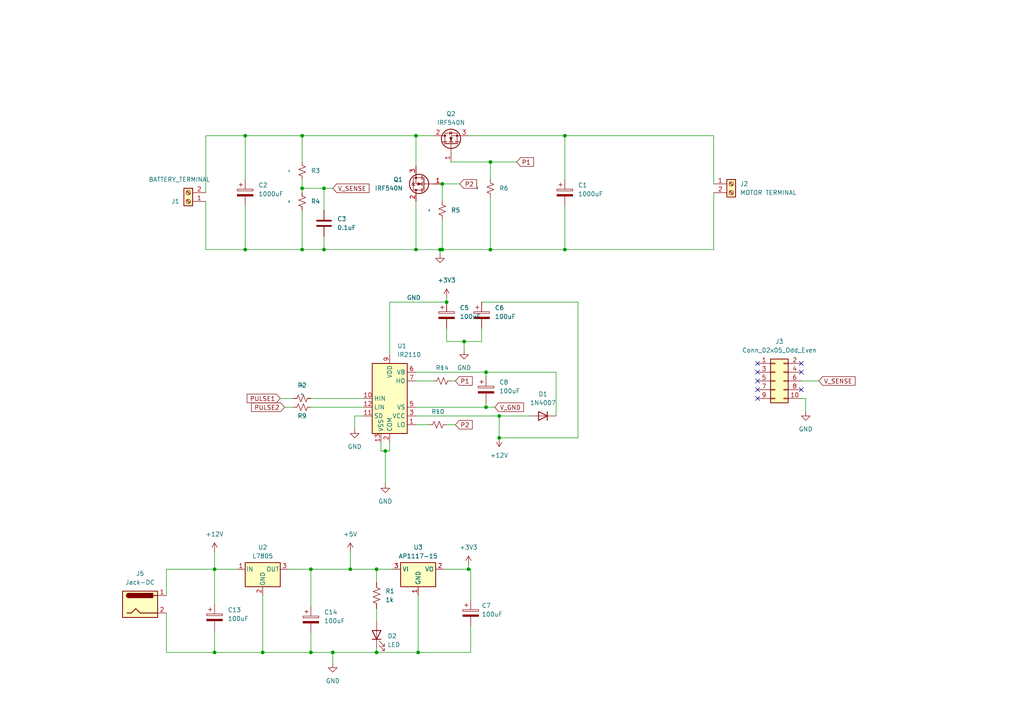
<source format=kicad_sch>
(kicad_sch (version 20230121) (generator eeschema)

  (uuid b8c60e54-0752-4d06-9040-b1b1ca4c4df8)

  (paper "A4")

  (lib_symbols
    (symbol "Connector:Jack-DC" (pin_names (offset 1.016)) (in_bom yes) (on_board yes)
      (property "Reference" "J" (at 0 5.334 0)
        (effects (font (size 1.27 1.27)))
      )
      (property "Value" "Jack-DC" (at 0 -5.08 0)
        (effects (font (size 1.27 1.27)))
      )
      (property "Footprint" "" (at 1.27 -1.016 0)
        (effects (font (size 1.27 1.27)) hide)
      )
      (property "Datasheet" "~" (at 1.27 -1.016 0)
        (effects (font (size 1.27 1.27)) hide)
      )
      (property "ki_keywords" "DC power barrel jack connector" (at 0 0 0)
        (effects (font (size 1.27 1.27)) hide)
      )
      (property "ki_description" "DC Barrel Jack" (at 0 0 0)
        (effects (font (size 1.27 1.27)) hide)
      )
      (property "ki_fp_filters" "BarrelJack*" (at 0 0 0)
        (effects (font (size 1.27 1.27)) hide)
      )
      (symbol "Jack-DC_0_1"
        (rectangle (start -5.08 3.81) (end 5.08 -3.81)
          (stroke (width 0.254) (type default))
          (fill (type background))
        )
        (arc (start -3.302 3.175) (mid -3.9343 2.54) (end -3.302 1.905)
          (stroke (width 0.254) (type default))
          (fill (type none))
        )
        (arc (start -3.302 3.175) (mid -3.9343 2.54) (end -3.302 1.905)
          (stroke (width 0.254) (type default))
          (fill (type outline))
        )
        (polyline
          (pts
            (xy 5.08 2.54)
            (xy 3.81 2.54)
          )
          (stroke (width 0.254) (type default))
          (fill (type none))
        )
        (polyline
          (pts
            (xy -3.81 -2.54)
            (xy -2.54 -2.54)
            (xy -1.27 -1.27)
            (xy 0 -2.54)
            (xy 2.54 -2.54)
            (xy 5.08 -2.54)
          )
          (stroke (width 0.254) (type default))
          (fill (type none))
        )
        (rectangle (start 3.683 3.175) (end -3.302 1.905)
          (stroke (width 0.254) (type default))
          (fill (type outline))
        )
      )
      (symbol "Jack-DC_1_1"
        (pin passive line (at 7.62 2.54 180) (length 2.54)
          (name "~" (effects (font (size 1.27 1.27))))
          (number "1" (effects (font (size 1.27 1.27))))
        )
        (pin passive line (at 7.62 -2.54 180) (length 2.54)
          (name "~" (effects (font (size 1.27 1.27))))
          (number "2" (effects (font (size 1.27 1.27))))
        )
      )
    )
    (symbol "Connector:Screw_Terminal_01x02" (pin_names (offset 1.016) hide) (in_bom yes) (on_board yes)
      (property "Reference" "J" (at 0 2.54 0)
        (effects (font (size 1.27 1.27)))
      )
      (property "Value" "Screw_Terminal_01x02" (at 0 -5.08 0)
        (effects (font (size 1.27 1.27)))
      )
      (property "Footprint" "" (at 0 0 0)
        (effects (font (size 1.27 1.27)) hide)
      )
      (property "Datasheet" "~" (at 0 0 0)
        (effects (font (size 1.27 1.27)) hide)
      )
      (property "ki_keywords" "screw terminal" (at 0 0 0)
        (effects (font (size 1.27 1.27)) hide)
      )
      (property "ki_description" "Generic screw terminal, single row, 01x02, script generated (kicad-library-utils/schlib/autogen/connector/)" (at 0 0 0)
        (effects (font (size 1.27 1.27)) hide)
      )
      (property "ki_fp_filters" "TerminalBlock*:*" (at 0 0 0)
        (effects (font (size 1.27 1.27)) hide)
      )
      (symbol "Screw_Terminal_01x02_1_1"
        (rectangle (start -1.27 1.27) (end 1.27 -3.81)
          (stroke (width 0.254) (type default))
          (fill (type background))
        )
        (circle (center 0 -2.54) (radius 0.635)
          (stroke (width 0.1524) (type default))
          (fill (type none))
        )
        (polyline
          (pts
            (xy -0.5334 -2.2098)
            (xy 0.3302 -3.048)
          )
          (stroke (width 0.1524) (type default))
          (fill (type none))
        )
        (polyline
          (pts
            (xy -0.5334 0.3302)
            (xy 0.3302 -0.508)
          )
          (stroke (width 0.1524) (type default))
          (fill (type none))
        )
        (polyline
          (pts
            (xy -0.3556 -2.032)
            (xy 0.508 -2.8702)
          )
          (stroke (width 0.1524) (type default))
          (fill (type none))
        )
        (polyline
          (pts
            (xy -0.3556 0.508)
            (xy 0.508 -0.3302)
          )
          (stroke (width 0.1524) (type default))
          (fill (type none))
        )
        (circle (center 0 0) (radius 0.635)
          (stroke (width 0.1524) (type default))
          (fill (type none))
        )
        (pin passive line (at -5.08 0 0) (length 3.81)
          (name "Pin_1" (effects (font (size 1.27 1.27))))
          (number "1" (effects (font (size 1.27 1.27))))
        )
        (pin passive line (at -5.08 -2.54 0) (length 3.81)
          (name "Pin_2" (effects (font (size 1.27 1.27))))
          (number "2" (effects (font (size 1.27 1.27))))
        )
      )
    )
    (symbol "Connector_Generic:Conn_02x05_Odd_Even" (pin_names (offset 1.016) hide) (in_bom yes) (on_board yes)
      (property "Reference" "J" (at 1.27 7.62 0)
        (effects (font (size 1.27 1.27)))
      )
      (property "Value" "Conn_02x05_Odd_Even" (at 1.27 -7.62 0)
        (effects (font (size 1.27 1.27)))
      )
      (property "Footprint" "" (at 0 0 0)
        (effects (font (size 1.27 1.27)) hide)
      )
      (property "Datasheet" "~" (at 0 0 0)
        (effects (font (size 1.27 1.27)) hide)
      )
      (property "ki_keywords" "connector" (at 0 0 0)
        (effects (font (size 1.27 1.27)) hide)
      )
      (property "ki_description" "Generic connector, double row, 02x05, odd/even pin numbering scheme (row 1 odd numbers, row 2 even numbers), script generated (kicad-library-utils/schlib/autogen/connector/)" (at 0 0 0)
        (effects (font (size 1.27 1.27)) hide)
      )
      (property "ki_fp_filters" "Connector*:*_2x??_*" (at 0 0 0)
        (effects (font (size 1.27 1.27)) hide)
      )
      (symbol "Conn_02x05_Odd_Even_1_1"
        (rectangle (start -1.27 -4.953) (end 0 -5.207)
          (stroke (width 0.1524) (type default))
          (fill (type none))
        )
        (rectangle (start -1.27 -2.413) (end 0 -2.667)
          (stroke (width 0.1524) (type default))
          (fill (type none))
        )
        (rectangle (start -1.27 0.127) (end 0 -0.127)
          (stroke (width 0.1524) (type default))
          (fill (type none))
        )
        (rectangle (start -1.27 2.667) (end 0 2.413)
          (stroke (width 0.1524) (type default))
          (fill (type none))
        )
        (rectangle (start -1.27 5.207) (end 0 4.953)
          (stroke (width 0.1524) (type default))
          (fill (type none))
        )
        (rectangle (start -1.27 6.35) (end 3.81 -6.35)
          (stroke (width 0.254) (type default))
          (fill (type background))
        )
        (rectangle (start 3.81 -4.953) (end 2.54 -5.207)
          (stroke (width 0.1524) (type default))
          (fill (type none))
        )
        (rectangle (start 3.81 -2.413) (end 2.54 -2.667)
          (stroke (width 0.1524) (type default))
          (fill (type none))
        )
        (rectangle (start 3.81 0.127) (end 2.54 -0.127)
          (stroke (width 0.1524) (type default))
          (fill (type none))
        )
        (rectangle (start 3.81 2.667) (end 2.54 2.413)
          (stroke (width 0.1524) (type default))
          (fill (type none))
        )
        (rectangle (start 3.81 5.207) (end 2.54 4.953)
          (stroke (width 0.1524) (type default))
          (fill (type none))
        )
        (pin passive line (at -5.08 5.08 0) (length 3.81)
          (name "Pin_1" (effects (font (size 1.27 1.27))))
          (number "1" (effects (font (size 1.27 1.27))))
        )
        (pin passive line (at 7.62 -5.08 180) (length 3.81)
          (name "Pin_10" (effects (font (size 1.27 1.27))))
          (number "10" (effects (font (size 1.27 1.27))))
        )
        (pin passive line (at 7.62 5.08 180) (length 3.81)
          (name "Pin_2" (effects (font (size 1.27 1.27))))
          (number "2" (effects (font (size 1.27 1.27))))
        )
        (pin passive line (at -5.08 2.54 0) (length 3.81)
          (name "Pin_3" (effects (font (size 1.27 1.27))))
          (number "3" (effects (font (size 1.27 1.27))))
        )
        (pin passive line (at 7.62 2.54 180) (length 3.81)
          (name "Pin_4" (effects (font (size 1.27 1.27))))
          (number "4" (effects (font (size 1.27 1.27))))
        )
        (pin passive line (at -5.08 0 0) (length 3.81)
          (name "Pin_5" (effects (font (size 1.27 1.27))))
          (number "5" (effects (font (size 1.27 1.27))))
        )
        (pin passive line (at 7.62 0 180) (length 3.81)
          (name "Pin_6" (effects (font (size 1.27 1.27))))
          (number "6" (effects (font (size 1.27 1.27))))
        )
        (pin passive line (at -5.08 -2.54 0) (length 3.81)
          (name "Pin_7" (effects (font (size 1.27 1.27))))
          (number "7" (effects (font (size 1.27 1.27))))
        )
        (pin passive line (at 7.62 -2.54 180) (length 3.81)
          (name "Pin_8" (effects (font (size 1.27 1.27))))
          (number "8" (effects (font (size 1.27 1.27))))
        )
        (pin passive line (at -5.08 -5.08 0) (length 3.81)
          (name "Pin_9" (effects (font (size 1.27 1.27))))
          (number "9" (effects (font (size 1.27 1.27))))
        )
      )
    )
    (symbol "Device:C" (pin_numbers hide) (pin_names (offset 0.254)) (in_bom yes) (on_board yes)
      (property "Reference" "C" (at 0.635 2.54 0)
        (effects (font (size 1.27 1.27)) (justify left))
      )
      (property "Value" "C" (at 0.635 -2.54 0)
        (effects (font (size 1.27 1.27)) (justify left))
      )
      (property "Footprint" "" (at 0.9652 -3.81 0)
        (effects (font (size 1.27 1.27)) hide)
      )
      (property "Datasheet" "~" (at 0 0 0)
        (effects (font (size 1.27 1.27)) hide)
      )
      (property "ki_keywords" "cap capacitor" (at 0 0 0)
        (effects (font (size 1.27 1.27)) hide)
      )
      (property "ki_description" "Unpolarized capacitor" (at 0 0 0)
        (effects (font (size 1.27 1.27)) hide)
      )
      (property "ki_fp_filters" "C_*" (at 0 0 0)
        (effects (font (size 1.27 1.27)) hide)
      )
      (symbol "C_0_1"
        (polyline
          (pts
            (xy -2.032 -0.762)
            (xy 2.032 -0.762)
          )
          (stroke (width 0.508) (type default))
          (fill (type none))
        )
        (polyline
          (pts
            (xy -2.032 0.762)
            (xy 2.032 0.762)
          )
          (stroke (width 0.508) (type default))
          (fill (type none))
        )
      )
      (symbol "C_1_1"
        (pin passive line (at 0 3.81 270) (length 2.794)
          (name "~" (effects (font (size 1.27 1.27))))
          (number "1" (effects (font (size 1.27 1.27))))
        )
        (pin passive line (at 0 -3.81 90) (length 2.794)
          (name "~" (effects (font (size 1.27 1.27))))
          (number "2" (effects (font (size 1.27 1.27))))
        )
      )
    )
    (symbol "Device:C_Polarized" (pin_numbers hide) (pin_names (offset 0.254)) (in_bom yes) (on_board yes)
      (property "Reference" "C" (at 0.635 2.54 0)
        (effects (font (size 1.27 1.27)) (justify left))
      )
      (property "Value" "C_Polarized" (at 0.635 -2.54 0)
        (effects (font (size 1.27 1.27)) (justify left))
      )
      (property "Footprint" "" (at 0.9652 -3.81 0)
        (effects (font (size 1.27 1.27)) hide)
      )
      (property "Datasheet" "~" (at 0 0 0)
        (effects (font (size 1.27 1.27)) hide)
      )
      (property "ki_keywords" "cap capacitor" (at 0 0 0)
        (effects (font (size 1.27 1.27)) hide)
      )
      (property "ki_description" "Polarized capacitor" (at 0 0 0)
        (effects (font (size 1.27 1.27)) hide)
      )
      (property "ki_fp_filters" "CP_*" (at 0 0 0)
        (effects (font (size 1.27 1.27)) hide)
      )
      (symbol "C_Polarized_0_1"
        (rectangle (start -2.286 0.508) (end 2.286 1.016)
          (stroke (width 0) (type default))
          (fill (type none))
        )
        (polyline
          (pts
            (xy -1.778 2.286)
            (xy -0.762 2.286)
          )
          (stroke (width 0) (type default))
          (fill (type none))
        )
        (polyline
          (pts
            (xy -1.27 2.794)
            (xy -1.27 1.778)
          )
          (stroke (width 0) (type default))
          (fill (type none))
        )
        (rectangle (start 2.286 -0.508) (end -2.286 -1.016)
          (stroke (width 0) (type default))
          (fill (type outline))
        )
      )
      (symbol "C_Polarized_1_1"
        (pin passive line (at 0 3.81 270) (length 2.794)
          (name "~" (effects (font (size 1.27 1.27))))
          (number "1" (effects (font (size 1.27 1.27))))
        )
        (pin passive line (at 0 -3.81 90) (length 2.794)
          (name "~" (effects (font (size 1.27 1.27))))
          (number "2" (effects (font (size 1.27 1.27))))
        )
      )
    )
    (symbol "Device:LED" (pin_numbers hide) (pin_names (offset 1.016) hide) (in_bom yes) (on_board yes)
      (property "Reference" "D" (at 0 2.54 0)
        (effects (font (size 1.27 1.27)))
      )
      (property "Value" "LED" (at 0 -2.54 0)
        (effects (font (size 1.27 1.27)))
      )
      (property "Footprint" "" (at 0 0 0)
        (effects (font (size 1.27 1.27)) hide)
      )
      (property "Datasheet" "~" (at 0 0 0)
        (effects (font (size 1.27 1.27)) hide)
      )
      (property "ki_keywords" "LED diode" (at 0 0 0)
        (effects (font (size 1.27 1.27)) hide)
      )
      (property "ki_description" "Light emitting diode" (at 0 0 0)
        (effects (font (size 1.27 1.27)) hide)
      )
      (property "ki_fp_filters" "LED* LED_SMD:* LED_THT:*" (at 0 0 0)
        (effects (font (size 1.27 1.27)) hide)
      )
      (symbol "LED_0_1"
        (polyline
          (pts
            (xy -1.27 -1.27)
            (xy -1.27 1.27)
          )
          (stroke (width 0.254) (type default))
          (fill (type none))
        )
        (polyline
          (pts
            (xy -1.27 0)
            (xy 1.27 0)
          )
          (stroke (width 0) (type default))
          (fill (type none))
        )
        (polyline
          (pts
            (xy 1.27 -1.27)
            (xy 1.27 1.27)
            (xy -1.27 0)
            (xy 1.27 -1.27)
          )
          (stroke (width 0.254) (type default))
          (fill (type none))
        )
        (polyline
          (pts
            (xy -3.048 -0.762)
            (xy -4.572 -2.286)
            (xy -3.81 -2.286)
            (xy -4.572 -2.286)
            (xy -4.572 -1.524)
          )
          (stroke (width 0) (type default))
          (fill (type none))
        )
        (polyline
          (pts
            (xy -1.778 -0.762)
            (xy -3.302 -2.286)
            (xy -2.54 -2.286)
            (xy -3.302 -2.286)
            (xy -3.302 -1.524)
          )
          (stroke (width 0) (type default))
          (fill (type none))
        )
      )
      (symbol "LED_1_1"
        (pin passive line (at -3.81 0 0) (length 2.54)
          (name "K" (effects (font (size 1.27 1.27))))
          (number "1" (effects (font (size 1.27 1.27))))
        )
        (pin passive line (at 3.81 0 180) (length 2.54)
          (name "A" (effects (font (size 1.27 1.27))))
          (number "2" (effects (font (size 1.27 1.27))))
        )
      )
    )
    (symbol "Device:R_Small_US" (pin_numbers hide) (pin_names (offset 0.254) hide) (in_bom yes) (on_board yes)
      (property "Reference" "R" (at 0.762 0.508 0)
        (effects (font (size 1.27 1.27)) (justify left))
      )
      (property "Value" "R_Small_US" (at 0.762 -1.016 0)
        (effects (font (size 1.27 1.27)) (justify left))
      )
      (property "Footprint" "" (at 0 0 0)
        (effects (font (size 1.27 1.27)) hide)
      )
      (property "Datasheet" "~" (at 0 0 0)
        (effects (font (size 1.27 1.27)) hide)
      )
      (property "ki_keywords" "r resistor" (at 0 0 0)
        (effects (font (size 1.27 1.27)) hide)
      )
      (property "ki_description" "Resistor, small US symbol" (at 0 0 0)
        (effects (font (size 1.27 1.27)) hide)
      )
      (property "ki_fp_filters" "R_*" (at 0 0 0)
        (effects (font (size 1.27 1.27)) hide)
      )
      (symbol "R_Small_US_1_1"
        (polyline
          (pts
            (xy 0 0)
            (xy 1.016 -0.381)
            (xy 0 -0.762)
            (xy -1.016 -1.143)
            (xy 0 -1.524)
          )
          (stroke (width 0) (type default))
          (fill (type none))
        )
        (polyline
          (pts
            (xy 0 1.524)
            (xy 1.016 1.143)
            (xy 0 0.762)
            (xy -1.016 0.381)
            (xy 0 0)
          )
          (stroke (width 0) (type default))
          (fill (type none))
        )
        (pin passive line (at 0 2.54 270) (length 1.016)
          (name "~" (effects (font (size 1.27 1.27))))
          (number "1" (effects (font (size 1.27 1.27))))
        )
        (pin passive line (at 0 -2.54 90) (length 1.016)
          (name "~" (effects (font (size 1.27 1.27))))
          (number "2" (effects (font (size 1.27 1.27))))
        )
      )
    )
    (symbol "Device:R_US" (pin_numbers hide) (pin_names (offset 0)) (in_bom yes) (on_board yes)
      (property "Reference" "R" (at 2.54 0 90)
        (effects (font (size 1.27 1.27)))
      )
      (property "Value" "R_US" (at -2.54 0 90)
        (effects (font (size 1.27 1.27)))
      )
      (property "Footprint" "" (at 1.016 -0.254 90)
        (effects (font (size 1.27 1.27)) hide)
      )
      (property "Datasheet" "~" (at 0 0 0)
        (effects (font (size 1.27 1.27)) hide)
      )
      (property "ki_keywords" "R res resistor" (at 0 0 0)
        (effects (font (size 1.27 1.27)) hide)
      )
      (property "ki_description" "Resistor, US symbol" (at 0 0 0)
        (effects (font (size 1.27 1.27)) hide)
      )
      (property "ki_fp_filters" "R_*" (at 0 0 0)
        (effects (font (size 1.27 1.27)) hide)
      )
      (symbol "R_US_0_1"
        (polyline
          (pts
            (xy 0 -2.286)
            (xy 0 -2.54)
          )
          (stroke (width 0) (type default))
          (fill (type none))
        )
        (polyline
          (pts
            (xy 0 2.286)
            (xy 0 2.54)
          )
          (stroke (width 0) (type default))
          (fill (type none))
        )
        (polyline
          (pts
            (xy 0 -0.762)
            (xy 1.016 -1.143)
            (xy 0 -1.524)
            (xy -1.016 -1.905)
            (xy 0 -2.286)
          )
          (stroke (width 0) (type default))
          (fill (type none))
        )
        (polyline
          (pts
            (xy 0 0.762)
            (xy 1.016 0.381)
            (xy 0 0)
            (xy -1.016 -0.381)
            (xy 0 -0.762)
          )
          (stroke (width 0) (type default))
          (fill (type none))
        )
        (polyline
          (pts
            (xy 0 2.286)
            (xy 1.016 1.905)
            (xy 0 1.524)
            (xy -1.016 1.143)
            (xy 0 0.762)
          )
          (stroke (width 0) (type default))
          (fill (type none))
        )
      )
      (symbol "R_US_1_1"
        (pin passive line (at 0 3.81 270) (length 1.27)
          (name "~" (effects (font (size 1.27 1.27))))
          (number "1" (effects (font (size 1.27 1.27))))
        )
        (pin passive line (at 0 -3.81 90) (length 1.27)
          (name "~" (effects (font (size 1.27 1.27))))
          (number "2" (effects (font (size 1.27 1.27))))
        )
      )
    )
    (symbol "Diode:1N4007" (pin_numbers hide) (pin_names hide) (in_bom yes) (on_board yes)
      (property "Reference" "D" (at 0 2.54 0)
        (effects (font (size 1.27 1.27)))
      )
      (property "Value" "1N4007" (at 0 -2.54 0)
        (effects (font (size 1.27 1.27)))
      )
      (property "Footprint" "Diode_THT:D_DO-41_SOD81_P10.16mm_Horizontal" (at 0 -4.445 0)
        (effects (font (size 1.27 1.27)) hide)
      )
      (property "Datasheet" "http://www.vishay.com/docs/88503/1n4001.pdf" (at 0 0 0)
        (effects (font (size 1.27 1.27)) hide)
      )
      (property "Sim.Device" "D" (at 0 0 0)
        (effects (font (size 1.27 1.27)) hide)
      )
      (property "Sim.Pins" "1=K 2=A" (at 0 0 0)
        (effects (font (size 1.27 1.27)) hide)
      )
      (property "ki_keywords" "diode" (at 0 0 0)
        (effects (font (size 1.27 1.27)) hide)
      )
      (property "ki_description" "1000V 1A General Purpose Rectifier Diode, DO-41" (at 0 0 0)
        (effects (font (size 1.27 1.27)) hide)
      )
      (property "ki_fp_filters" "D*DO?41*" (at 0 0 0)
        (effects (font (size 1.27 1.27)) hide)
      )
      (symbol "1N4007_0_1"
        (polyline
          (pts
            (xy -1.27 1.27)
            (xy -1.27 -1.27)
          )
          (stroke (width 0.254) (type default))
          (fill (type none))
        )
        (polyline
          (pts
            (xy 1.27 0)
            (xy -1.27 0)
          )
          (stroke (width 0) (type default))
          (fill (type none))
        )
        (polyline
          (pts
            (xy 1.27 1.27)
            (xy 1.27 -1.27)
            (xy -1.27 0)
            (xy 1.27 1.27)
          )
          (stroke (width 0.254) (type default))
          (fill (type none))
        )
      )
      (symbol "1N4007_1_1"
        (pin passive line (at -3.81 0 0) (length 2.54)
          (name "K" (effects (font (size 1.27 1.27))))
          (number "1" (effects (font (size 1.27 1.27))))
        )
        (pin passive line (at 3.81 0 180) (length 2.54)
          (name "A" (effects (font (size 1.27 1.27))))
          (number "2" (effects (font (size 1.27 1.27))))
        )
      )
    )
    (symbol "Driver_FET:IR2110" (in_bom yes) (on_board yes)
      (property "Reference" "U" (at 1.27 13.335 0)
        (effects (font (size 1.27 1.27)) (justify left))
      )
      (property "Value" "IR2110" (at 1.27 11.43 0)
        (effects (font (size 1.27 1.27)) (justify left))
      )
      (property "Footprint" "Package_DIP:DIP-14_W7.62mm" (at 0 0 0)
        (effects (font (size 1.27 1.27) italic) hide)
      )
      (property "Datasheet" "https://www.infineon.com/dgdl/ir2110.pdf?fileId=5546d462533600a4015355c80333167e" (at 0 0 0)
        (effects (font (size 1.27 1.27)) hide)
      )
      (property "ki_keywords" "Gate Driver" (at 0 0 0)
        (effects (font (size 1.27 1.27)) hide)
      )
      (property "ki_description" "High and Low Side Driver, 500V, 2.0/2.0A, PDIP-14" (at 0 0 0)
        (effects (font (size 1.27 1.27)) hide)
      )
      (property "ki_fp_filters" "DIP*W7.62mm*" (at 0 0 0)
        (effects (font (size 1.27 1.27)) hide)
      )
      (symbol "IR2110_0_1"
        (rectangle (start -5.08 -10.16) (end 5.08 10.16)
          (stroke (width 0.254) (type default))
          (fill (type background))
        )
      )
      (symbol "IR2110_1_1"
        (pin output line (at 7.62 -7.62 180) (length 2.54)
          (name "LO" (effects (font (size 1.27 1.27))))
          (number "1" (effects (font (size 1.27 1.27))))
        )
        (pin input line (at -7.62 0 0) (length 2.54)
          (name "HIN" (effects (font (size 1.27 1.27))))
          (number "10" (effects (font (size 1.27 1.27))))
        )
        (pin input line (at -7.62 -5.08 0) (length 2.54)
          (name "SD" (effects (font (size 1.27 1.27))))
          (number "11" (effects (font (size 1.27 1.27))))
        )
        (pin input line (at -7.62 -2.54 0) (length 2.54)
          (name "LIN" (effects (font (size 1.27 1.27))))
          (number "12" (effects (font (size 1.27 1.27))))
        )
        (pin power_in line (at -2.54 -12.7 90) (length 2.54)
          (name "VSS" (effects (font (size 1.27 1.27))))
          (number "13" (effects (font (size 1.27 1.27))))
        )
        (pin no_connect line (at -5.08 2.54 0) (length 2.54) hide
          (name "NC" (effects (font (size 1.27 1.27))))
          (number "14" (effects (font (size 1.27 1.27))))
        )
        (pin power_in line (at 0 -12.7 90) (length 2.54)
          (name "COM" (effects (font (size 1.27 1.27))))
          (number "2" (effects (font (size 1.27 1.27))))
        )
        (pin power_in line (at 7.62 -5.08 180) (length 2.54)
          (name "VCC" (effects (font (size 1.27 1.27))))
          (number "3" (effects (font (size 1.27 1.27))))
        )
        (pin no_connect line (at -5.08 7.62 0) (length 2.54) hide
          (name "NC" (effects (font (size 1.27 1.27))))
          (number "4" (effects (font (size 1.27 1.27))))
        )
        (pin passive line (at 7.62 -2.54 180) (length 2.54)
          (name "VS" (effects (font (size 1.27 1.27))))
          (number "5" (effects (font (size 1.27 1.27))))
        )
        (pin passive line (at 7.62 7.62 180) (length 2.54)
          (name "VB" (effects (font (size 1.27 1.27))))
          (number "6" (effects (font (size 1.27 1.27))))
        )
        (pin output line (at 7.62 5.08 180) (length 2.54)
          (name "HO" (effects (font (size 1.27 1.27))))
          (number "7" (effects (font (size 1.27 1.27))))
        )
        (pin no_connect line (at -5.08 5.08 0) (length 2.54) hide
          (name "NC" (effects (font (size 1.27 1.27))))
          (number "8" (effects (font (size 1.27 1.27))))
        )
        (pin power_in line (at 0 12.7 270) (length 2.54)
          (name "VDD" (effects (font (size 1.27 1.27))))
          (number "9" (effects (font (size 1.27 1.27))))
        )
      )
    )
    (symbol "Regulator_Linear:AP1117-15" (in_bom yes) (on_board yes)
      (property "Reference" "U" (at -3.81 3.175 0)
        (effects (font (size 1.27 1.27)))
      )
      (property "Value" "AP1117-15" (at 0 3.175 0)
        (effects (font (size 1.27 1.27)) (justify left))
      )
      (property "Footprint" "Package_TO_SOT_SMD:SOT-223-3_TabPin2" (at 0 5.08 0)
        (effects (font (size 1.27 1.27)) hide)
      )
      (property "Datasheet" "http://www.diodes.com/datasheets/AP1117.pdf" (at 2.54 -6.35 0)
        (effects (font (size 1.27 1.27)) hide)
      )
      (property "ki_keywords" "linear regulator ldo fixed positive obsolete" (at 0 0 0)
        (effects (font (size 1.27 1.27)) hide)
      )
      (property "ki_description" "1A Low Dropout regulator, positive, 1.5V fixed output, SOT-223" (at 0 0 0)
        (effects (font (size 1.27 1.27)) hide)
      )
      (property "ki_fp_filters" "SOT?223*TabPin2*" (at 0 0 0)
        (effects (font (size 1.27 1.27)) hide)
      )
      (symbol "AP1117-15_0_1"
        (rectangle (start -5.08 -5.08) (end 5.08 1.905)
          (stroke (width 0.254) (type default))
          (fill (type background))
        )
      )
      (symbol "AP1117-15_1_1"
        (pin power_in line (at 0 -7.62 90) (length 2.54)
          (name "GND" (effects (font (size 1.27 1.27))))
          (number "1" (effects (font (size 1.27 1.27))))
        )
        (pin power_out line (at 7.62 0 180) (length 2.54)
          (name "VO" (effects (font (size 1.27 1.27))))
          (number "2" (effects (font (size 1.27 1.27))))
        )
        (pin power_in line (at -7.62 0 0) (length 2.54)
          (name "VI" (effects (font (size 1.27 1.27))))
          (number "3" (effects (font (size 1.27 1.27))))
        )
      )
    )
    (symbol "Regulator_Linear:L7805" (pin_names (offset 0.254)) (in_bom yes) (on_board yes)
      (property "Reference" "U" (at -3.81 3.175 0)
        (effects (font (size 1.27 1.27)))
      )
      (property "Value" "L7805" (at 0 3.175 0)
        (effects (font (size 1.27 1.27)) (justify left))
      )
      (property "Footprint" "" (at 0.635 -3.81 0)
        (effects (font (size 1.27 1.27) italic) (justify left) hide)
      )
      (property "Datasheet" "http://www.st.com/content/ccc/resource/technical/document/datasheet/41/4f/b3/b0/12/d4/47/88/CD00000444.pdf/files/CD00000444.pdf/jcr:content/translations/en.CD00000444.pdf" (at 0 -1.27 0)
        (effects (font (size 1.27 1.27)) hide)
      )
      (property "ki_keywords" "Voltage Regulator 1.5A Positive" (at 0 0 0)
        (effects (font (size 1.27 1.27)) hide)
      )
      (property "ki_description" "Positive 1.5A 35V Linear Regulator, Fixed Output 5V, TO-220/TO-263/TO-252" (at 0 0 0)
        (effects (font (size 1.27 1.27)) hide)
      )
      (property "ki_fp_filters" "TO?252* TO?263* TO?220*" (at 0 0 0)
        (effects (font (size 1.27 1.27)) hide)
      )
      (symbol "L7805_0_1"
        (rectangle (start -5.08 1.905) (end 5.08 -5.08)
          (stroke (width 0.254) (type default))
          (fill (type background))
        )
      )
      (symbol "L7805_1_1"
        (pin power_in line (at -7.62 0 0) (length 2.54)
          (name "IN" (effects (font (size 1.27 1.27))))
          (number "1" (effects (font (size 1.27 1.27))))
        )
        (pin power_in line (at 0 -7.62 90) (length 2.54)
          (name "GND" (effects (font (size 1.27 1.27))))
          (number "2" (effects (font (size 1.27 1.27))))
        )
        (pin power_out line (at 7.62 0 180) (length 2.54)
          (name "OUT" (effects (font (size 1.27 1.27))))
          (number "3" (effects (font (size 1.27 1.27))))
        )
      )
    )
    (symbol "Transistor_FET:IRF540N" (pin_names hide) (in_bom yes) (on_board yes)
      (property "Reference" "Q" (at 5.08 1.905 0)
        (effects (font (size 1.27 1.27)) (justify left))
      )
      (property "Value" "IRF540N" (at 5.08 0 0)
        (effects (font (size 1.27 1.27)) (justify left))
      )
      (property "Footprint" "Package_TO_SOT_THT:TO-220-3_Vertical" (at 5.08 -1.905 0)
        (effects (font (size 1.27 1.27) italic) (justify left) hide)
      )
      (property "Datasheet" "http://www.irf.com/product-info/datasheets/data/irf540n.pdf" (at 5.08 -3.81 0)
        (effects (font (size 1.27 1.27)) (justify left) hide)
      )
      (property "ki_keywords" "HEXFET N-Channel MOSFET" (at 0 0 0)
        (effects (font (size 1.27 1.27)) hide)
      )
      (property "ki_description" "33A Id, 100V Vds, HEXFET N-Channel MOSFET, TO-220" (at 0 0 0)
        (effects (font (size 1.27 1.27)) hide)
      )
      (property "ki_fp_filters" "TO?220*" (at 0 0 0)
        (effects (font (size 1.27 1.27)) hide)
      )
      (symbol "IRF540N_0_1"
        (polyline
          (pts
            (xy 0.254 0)
            (xy -2.54 0)
          )
          (stroke (width 0) (type default))
          (fill (type none))
        )
        (polyline
          (pts
            (xy 0.254 1.905)
            (xy 0.254 -1.905)
          )
          (stroke (width 0.254) (type default))
          (fill (type none))
        )
        (polyline
          (pts
            (xy 0.762 -1.27)
            (xy 0.762 -2.286)
          )
          (stroke (width 0.254) (type default))
          (fill (type none))
        )
        (polyline
          (pts
            (xy 0.762 0.508)
            (xy 0.762 -0.508)
          )
          (stroke (width 0.254) (type default))
          (fill (type none))
        )
        (polyline
          (pts
            (xy 0.762 2.286)
            (xy 0.762 1.27)
          )
          (stroke (width 0.254) (type default))
          (fill (type none))
        )
        (polyline
          (pts
            (xy 2.54 2.54)
            (xy 2.54 1.778)
          )
          (stroke (width 0) (type default))
          (fill (type none))
        )
        (polyline
          (pts
            (xy 2.54 -2.54)
            (xy 2.54 0)
            (xy 0.762 0)
          )
          (stroke (width 0) (type default))
          (fill (type none))
        )
        (polyline
          (pts
            (xy 0.762 -1.778)
            (xy 3.302 -1.778)
            (xy 3.302 1.778)
            (xy 0.762 1.778)
          )
          (stroke (width 0) (type default))
          (fill (type none))
        )
        (polyline
          (pts
            (xy 1.016 0)
            (xy 2.032 0.381)
            (xy 2.032 -0.381)
            (xy 1.016 0)
          )
          (stroke (width 0) (type default))
          (fill (type outline))
        )
        (polyline
          (pts
            (xy 2.794 0.508)
            (xy 2.921 0.381)
            (xy 3.683 0.381)
            (xy 3.81 0.254)
          )
          (stroke (width 0) (type default))
          (fill (type none))
        )
        (polyline
          (pts
            (xy 3.302 0.381)
            (xy 2.921 -0.254)
            (xy 3.683 -0.254)
            (xy 3.302 0.381)
          )
          (stroke (width 0) (type default))
          (fill (type none))
        )
        (circle (center 1.651 0) (radius 2.794)
          (stroke (width 0.254) (type default))
          (fill (type none))
        )
        (circle (center 2.54 -1.778) (radius 0.254)
          (stroke (width 0) (type default))
          (fill (type outline))
        )
        (circle (center 2.54 1.778) (radius 0.254)
          (stroke (width 0) (type default))
          (fill (type outline))
        )
      )
      (symbol "IRF540N_1_1"
        (pin input line (at -5.08 0 0) (length 2.54)
          (name "G" (effects (font (size 1.27 1.27))))
          (number "1" (effects (font (size 1.27 1.27))))
        )
        (pin passive line (at 2.54 5.08 270) (length 2.54)
          (name "D" (effects (font (size 1.27 1.27))))
          (number "2" (effects (font (size 1.27 1.27))))
        )
        (pin passive line (at 2.54 -5.08 90) (length 2.54)
          (name "S" (effects (font (size 1.27 1.27))))
          (number "3" (effects (font (size 1.27 1.27))))
        )
      )
    )
    (symbol "power:+12V" (power) (pin_names (offset 0)) (in_bom yes) (on_board yes)
      (property "Reference" "#PWR" (at 0 -3.81 0)
        (effects (font (size 1.27 1.27)) hide)
      )
      (property "Value" "+12V" (at 0 3.556 0)
        (effects (font (size 1.27 1.27)))
      )
      (property "Footprint" "" (at 0 0 0)
        (effects (font (size 1.27 1.27)) hide)
      )
      (property "Datasheet" "" (at 0 0 0)
        (effects (font (size 1.27 1.27)) hide)
      )
      (property "ki_keywords" "global power" (at 0 0 0)
        (effects (font (size 1.27 1.27)) hide)
      )
      (property "ki_description" "Power symbol creates a global label with name \"+12V\"" (at 0 0 0)
        (effects (font (size 1.27 1.27)) hide)
      )
      (symbol "+12V_0_1"
        (polyline
          (pts
            (xy -0.762 1.27)
            (xy 0 2.54)
          )
          (stroke (width 0) (type default))
          (fill (type none))
        )
        (polyline
          (pts
            (xy 0 0)
            (xy 0 2.54)
          )
          (stroke (width 0) (type default))
          (fill (type none))
        )
        (polyline
          (pts
            (xy 0 2.54)
            (xy 0.762 1.27)
          )
          (stroke (width 0) (type default))
          (fill (type none))
        )
      )
      (symbol "+12V_1_1"
        (pin power_in line (at 0 0 90) (length 0) hide
          (name "+12V" (effects (font (size 1.27 1.27))))
          (number "1" (effects (font (size 1.27 1.27))))
        )
      )
    )
    (symbol "power:+3V3" (power) (pin_names (offset 0)) (in_bom yes) (on_board yes)
      (property "Reference" "#PWR" (at 0 -3.81 0)
        (effects (font (size 1.27 1.27)) hide)
      )
      (property "Value" "+3V3" (at 0 3.556 0)
        (effects (font (size 1.27 1.27)))
      )
      (property "Footprint" "" (at 0 0 0)
        (effects (font (size 1.27 1.27)) hide)
      )
      (property "Datasheet" "" (at 0 0 0)
        (effects (font (size 1.27 1.27)) hide)
      )
      (property "ki_keywords" "global power" (at 0 0 0)
        (effects (font (size 1.27 1.27)) hide)
      )
      (property "ki_description" "Power symbol creates a global label with name \"+3V3\"" (at 0 0 0)
        (effects (font (size 1.27 1.27)) hide)
      )
      (symbol "+3V3_0_1"
        (polyline
          (pts
            (xy -0.762 1.27)
            (xy 0 2.54)
          )
          (stroke (width 0) (type default))
          (fill (type none))
        )
        (polyline
          (pts
            (xy 0 0)
            (xy 0 2.54)
          )
          (stroke (width 0) (type default))
          (fill (type none))
        )
        (polyline
          (pts
            (xy 0 2.54)
            (xy 0.762 1.27)
          )
          (stroke (width 0) (type default))
          (fill (type none))
        )
      )
      (symbol "+3V3_1_1"
        (pin power_in line (at 0 0 90) (length 0) hide
          (name "+3V3" (effects (font (size 1.27 1.27))))
          (number "1" (effects (font (size 1.27 1.27))))
        )
      )
    )
    (symbol "power:+5V" (power) (pin_names (offset 0)) (in_bom yes) (on_board yes)
      (property "Reference" "#PWR" (at 0 -3.81 0)
        (effects (font (size 1.27 1.27)) hide)
      )
      (property "Value" "+5V" (at 0 3.556 0)
        (effects (font (size 1.27 1.27)))
      )
      (property "Footprint" "" (at 0 0 0)
        (effects (font (size 1.27 1.27)) hide)
      )
      (property "Datasheet" "" (at 0 0 0)
        (effects (font (size 1.27 1.27)) hide)
      )
      (property "ki_keywords" "global power" (at 0 0 0)
        (effects (font (size 1.27 1.27)) hide)
      )
      (property "ki_description" "Power symbol creates a global label with name \"+5V\"" (at 0 0 0)
        (effects (font (size 1.27 1.27)) hide)
      )
      (symbol "+5V_0_1"
        (polyline
          (pts
            (xy -0.762 1.27)
            (xy 0 2.54)
          )
          (stroke (width 0) (type default))
          (fill (type none))
        )
        (polyline
          (pts
            (xy 0 0)
            (xy 0 2.54)
          )
          (stroke (width 0) (type default))
          (fill (type none))
        )
        (polyline
          (pts
            (xy 0 2.54)
            (xy 0.762 1.27)
          )
          (stroke (width 0) (type default))
          (fill (type none))
        )
      )
      (symbol "+5V_1_1"
        (pin power_in line (at 0 0 90) (length 0) hide
          (name "+5V" (effects (font (size 1.27 1.27))))
          (number "1" (effects (font (size 1.27 1.27))))
        )
      )
    )
    (symbol "power:GND" (power) (pin_names (offset 0)) (in_bom yes) (on_board yes)
      (property "Reference" "#PWR" (at 0 -6.35 0)
        (effects (font (size 1.27 1.27)) hide)
      )
      (property "Value" "GND" (at 0 -3.81 0)
        (effects (font (size 1.27 1.27)))
      )
      (property "Footprint" "" (at 0 0 0)
        (effects (font (size 1.27 1.27)) hide)
      )
      (property "Datasheet" "" (at 0 0 0)
        (effects (font (size 1.27 1.27)) hide)
      )
      (property "ki_keywords" "global power" (at 0 0 0)
        (effects (font (size 1.27 1.27)) hide)
      )
      (property "ki_description" "Power symbol creates a global label with name \"GND\" , ground" (at 0 0 0)
        (effects (font (size 1.27 1.27)) hide)
      )
      (symbol "GND_0_1"
        (polyline
          (pts
            (xy 0 0)
            (xy 0 -1.27)
            (xy 1.27 -1.27)
            (xy 0 -2.54)
            (xy -1.27 -1.27)
            (xy 0 -1.27)
          )
          (stroke (width 0) (type default))
          (fill (type none))
        )
      )
      (symbol "GND_1_1"
        (pin power_in line (at 0 0 270) (length 0) hide
          (name "GND" (effects (font (size 1.27 1.27))))
          (number "1" (effects (font (size 1.27 1.27))))
        )
      )
    )
  )

  (junction (at 96.52 189.23) (diameter 0) (color 0 0 0 0)
    (uuid 057a8732-cb7a-46c8-9518-ca5c93aff6b1)
  )
  (junction (at 76.2 189.23) (diameter 0) (color 0 0 0 0)
    (uuid 087b8cca-91d5-4d3c-935e-c75a521498a5)
  )
  (junction (at 127.635 72.39) (diameter 0) (color 0 0 0 0)
    (uuid 11566b37-38df-4669-a7ec-5fbdacb8919f)
  )
  (junction (at 140.97 118.11) (diameter 0) (color 0 0 0 0)
    (uuid 2712ec87-d0a1-4854-8902-37f443b6f850)
  )
  (junction (at 129.54 87.63) (diameter 0) (color 0 0 0 0)
    (uuid 3438d39f-eb27-486d-8446-5423e353a12d)
  )
  (junction (at 111.76 130.81) (diameter 0) (color 0 0 0 0)
    (uuid 3e33acca-3eba-414c-b269-c6c9a32ab5c7)
  )
  (junction (at 163.83 72.39) (diameter 0) (color 0 0 0 0)
    (uuid 47efd822-3490-424d-8eab-16620a2f7820)
  )
  (junction (at 135.89 165.1) (diameter 0) (color 0 0 0 0)
    (uuid 58d38f8f-17e1-4ec1-887f-8cb41832a018)
  )
  (junction (at 90.17 189.23) (diameter 0) (color 0 0 0 0)
    (uuid 5d61616f-5eef-4460-94ee-d1d2307e04b8)
  )
  (junction (at 120.65 72.39) (diameter 0) (color 0 0 0 0)
    (uuid 636eaa67-eae3-4955-a6f8-c7d091bde339)
  )
  (junction (at 142.24 46.99) (diameter 0) (color 0 0 0 0)
    (uuid 67b549ad-aee1-49ea-bb41-a1e2793ec253)
  )
  (junction (at 87.63 72.39) (diameter 0) (color 0 0 0 0)
    (uuid 6f90a811-e74a-47c2-8380-41d120eec292)
  )
  (junction (at 71.12 39.37) (diameter 0) (color 0 0 0 0)
    (uuid 8924db9c-58d1-4eb6-8ce4-9c342b90e133)
  )
  (junction (at 128.27 53.34) (diameter 0) (color 0 0 0 0)
    (uuid 91f33067-9d24-40d9-918c-cb25896bb53f)
  )
  (junction (at 101.6 165.1) (diameter 0) (color 0 0 0 0)
    (uuid 93df9122-6586-4346-817e-49019187a4db)
  )
  (junction (at 142.24 72.39) (diameter 0) (color 0 0 0 0)
    (uuid 9a248718-8d0c-4bee-912c-e313e44db4b6)
  )
  (junction (at 71.12 72.39) (diameter 0) (color 0 0 0 0)
    (uuid 9bf9eb49-b774-4331-b44d-eb5252cbfdf3)
  )
  (junction (at 87.63 54.61) (diameter 0) (color 0 0 0 0)
    (uuid 9c660284-3cb3-4182-a4cc-9873194b7214)
  )
  (junction (at 134.62 99.06) (diameter 0) (color 0 0 0 0)
    (uuid 9d4cb0be-5f93-44dd-a20f-05ab06762804)
  )
  (junction (at 144.78 120.65) (diameter 0) (color 0 0 0 0)
    (uuid a38dc9a0-3495-47b5-bb12-23ae3822a3de)
  )
  (junction (at 62.23 189.23) (diameter 0) (color 0 0 0 0)
    (uuid ac5aee5f-0633-4993-9cf8-d8c819bb24b6)
  )
  (junction (at 93.98 54.61) (diameter 0) (color 0 0 0 0)
    (uuid af0923ec-2512-4e6b-a856-36abb06d7a54)
  )
  (junction (at 87.63 39.37) (diameter 0) (color 0 0 0 0)
    (uuid b7c3f236-0ed8-4cfe-a321-4c113a8ab8d1)
  )
  (junction (at 62.23 165.1) (diameter 0) (color 0 0 0 0)
    (uuid b8ab9a47-c9ef-470f-a5ce-a84bc44ec9cb)
  )
  (junction (at 109.22 165.1) (diameter 0) (color 0 0 0 0)
    (uuid c393d663-9b68-483a-b754-6dadfb62816b)
  )
  (junction (at 144.78 127) (diameter 0) (color 0 0 0 0)
    (uuid c4662a55-022f-40fd-8e36-a5362d7f805a)
  )
  (junction (at 128.27 72.39) (diameter 0) (color 0 0 0 0)
    (uuid c9944ee8-9d7a-45bd-a15b-f71683a523e4)
  )
  (junction (at 90.17 165.1) (diameter 0) (color 0 0 0 0)
    (uuid d4035f06-1f2d-49df-84fa-f22a94c00255)
  )
  (junction (at 93.98 72.39) (diameter 0) (color 0 0 0 0)
    (uuid d8b42903-63dd-439b-9782-cf0a90947bf7)
  )
  (junction (at 163.83 39.37) (diameter 0) (color 0 0 0 0)
    (uuid e8f7840b-0959-49d3-8525-f88b463ea24d)
  )
  (junction (at 120.65 39.37) (diameter 0) (color 0 0 0 0)
    (uuid e9df0c26-2194-4134-819b-e7de41857286)
  )
  (junction (at 109.22 189.23) (diameter 0) (color 0 0 0 0)
    (uuid e9fbe7a6-631f-49c0-b47d-a829195c5b7e)
  )
  (junction (at 140.97 107.95) (diameter 0) (color 0 0 0 0)
    (uuid eb358540-4e56-46e3-814b-29763e4063c4)
  )
  (junction (at 121.285 189.23) (diameter 0) (color 0 0 0 0)
    (uuid fa4df351-c261-47cc-843d-b1d3ca452706)
  )

  (no_connect (at 219.71 107.95) (uuid 1a661009-4819-47f9-913d-b12e42302ca3))
  (no_connect (at 219.71 113.03) (uuid 23ebbe54-a16c-49ee-aa04-117784e46615))
  (no_connect (at 232.41 113.03) (uuid 3ae0aa08-fc16-4775-976c-cd1252af0827))
  (no_connect (at 219.71 115.57) (uuid 41e67b5f-b9d0-41f6-9643-7d2a392bcd49))
  (no_connect (at 232.41 107.95) (uuid 58ef21a4-318c-4188-a2e8-b11098f7fdbe))
  (no_connect (at 219.71 105.41) (uuid 61cc1f7d-ce60-46f1-baeb-97347f80076f))
  (no_connect (at 219.71 110.49) (uuid b9892d81-4ffc-4a67-afe4-1e6784782f51))
  (no_connect (at 232.41 105.41) (uuid ef865a30-bd23-4027-b232-3eca68c92bca))

  (wire (pts (xy 127.635 72.39) (xy 127.635 73.66))
    (stroke (width 0) (type default))
    (uuid 06959cf4-d060-4c8e-99e3-45b2a3df2f4a)
  )
  (wire (pts (xy 120.65 110.49) (xy 125.73 110.49))
    (stroke (width 0) (type default))
    (uuid 0a4bcbc4-5c76-4072-b432-34be34f58b5b)
  )
  (wire (pts (xy 83.82 165.1) (xy 90.17 165.1))
    (stroke (width 0) (type default))
    (uuid 0a9f0abb-f85e-4748-94ad-0edfac6d6336)
  )
  (wire (pts (xy 134.62 99.06) (xy 139.7 99.06))
    (stroke (width 0) (type default))
    (uuid 0ad12abe-53f2-49c1-8995-8ea78be1fa35)
  )
  (wire (pts (xy 121.285 172.72) (xy 121.285 189.23))
    (stroke (width 0) (type default))
    (uuid 0d905b3d-1e96-4558-9958-2392a9193e5b)
  )
  (wire (pts (xy 140.97 107.95) (xy 161.29 107.95))
    (stroke (width 0) (type default))
    (uuid 1034fda4-b784-4f2a-a1f1-4018f53bf4de)
  )
  (wire (pts (xy 71.12 72.39) (xy 87.63 72.39))
    (stroke (width 0) (type default))
    (uuid 113e7650-a1cd-429c-bbdd-3159c6386edb)
  )
  (wire (pts (xy 90.17 165.1) (xy 101.6 165.1))
    (stroke (width 0) (type default))
    (uuid 13030aa4-3149-408e-aec6-ddc829985153)
  )
  (wire (pts (xy 96.52 189.23) (xy 90.17 189.23))
    (stroke (width 0) (type default))
    (uuid 1314058c-a891-481b-b823-414b2f6b0a75)
  )
  (wire (pts (xy 121.285 189.23) (xy 109.22 189.23))
    (stroke (width 0) (type default))
    (uuid 1397deec-d298-40e8-9c2c-beae74da734c)
  )
  (wire (pts (xy 163.83 39.37) (xy 163.83 52.07))
    (stroke (width 0) (type default))
    (uuid 1889f9f3-b307-460b-9ff1-661e49fb1536)
  )
  (wire (pts (xy 109.22 165.1) (xy 113.665 165.1))
    (stroke (width 0) (type default))
    (uuid 1969a0e4-6a20-4fe9-8ed2-aed97652b1cd)
  )
  (wire (pts (xy 93.98 68.58) (xy 93.98 72.39))
    (stroke (width 0) (type default))
    (uuid 1c522e79-55ba-445b-87a3-2c40cb855ec5)
  )
  (wire (pts (xy 167.64 87.63) (xy 139.7 87.63))
    (stroke (width 0) (type default))
    (uuid 1e78bc6f-79d8-4219-81d9-84184c0b5b6b)
  )
  (wire (pts (xy 71.12 39.37) (xy 71.12 52.07))
    (stroke (width 0) (type default))
    (uuid 1ffaa05b-a98d-4169-8f0b-ce523a0e96f3)
  )
  (wire (pts (xy 71.12 39.37) (xy 87.63 39.37))
    (stroke (width 0) (type default))
    (uuid 212a2140-0494-4f8e-852f-1dd787990e7b)
  )
  (wire (pts (xy 87.63 54.61) (xy 87.63 55.88))
    (stroke (width 0) (type default))
    (uuid 24319a7f-0323-47a9-901d-6b0b4baa2d07)
  )
  (wire (pts (xy 102.87 120.65) (xy 102.87 124.46))
    (stroke (width 0) (type default))
    (uuid 25722c72-63d8-4761-bc3c-eb923a996359)
  )
  (wire (pts (xy 81.28 115.57) (xy 85.09 115.57))
    (stroke (width 0) (type default))
    (uuid 25abacae-9016-48a8-ae3c-6f62d10ae81b)
  )
  (wire (pts (xy 120.65 39.37) (xy 125.73 39.37))
    (stroke (width 0) (type default))
    (uuid 2d2562e4-ab91-4f61-8ac1-7ffe8d4182d3)
  )
  (wire (pts (xy 207.01 39.37) (xy 163.83 39.37))
    (stroke (width 0) (type default))
    (uuid 2e6d6b6e-f090-456e-a511-75110b96abc3)
  )
  (wire (pts (xy 127.635 72.39) (xy 128.27 72.39))
    (stroke (width 0) (type default))
    (uuid 2f173408-e431-47bd-b9bc-eb20ceb4178a)
  )
  (wire (pts (xy 144.78 120.65) (xy 144.78 127))
    (stroke (width 0) (type default))
    (uuid 331c4dce-0726-4971-a991-52780231f307)
  )
  (wire (pts (xy 48.26 172.72) (xy 48.26 165.1))
    (stroke (width 0) (type default))
    (uuid 33c33074-7dcd-42ca-bdbc-cb3db6c6748b)
  )
  (wire (pts (xy 207.01 53.34) (xy 207.01 39.37))
    (stroke (width 0) (type default))
    (uuid 35076dae-d454-4d86-921f-dae32874056b)
  )
  (wire (pts (xy 62.23 165.1) (xy 68.58 165.1))
    (stroke (width 0) (type default))
    (uuid 36067eb1-6305-4534-aa64-c5cafbcd4573)
  )
  (wire (pts (xy 167.64 127) (xy 144.78 127))
    (stroke (width 0) (type default))
    (uuid 361ca327-039e-4904-b93a-1203194edd4b)
  )
  (wire (pts (xy 101.6 165.1) (xy 109.22 165.1))
    (stroke (width 0) (type default))
    (uuid 3c6d97c5-9a26-4160-a17c-b9cdafc93123)
  )
  (wire (pts (xy 87.63 46.99) (xy 87.63 39.37))
    (stroke (width 0) (type default))
    (uuid 3fa3e911-1109-4623-8e2d-d65d7b0a195e)
  )
  (wire (pts (xy 87.63 39.37) (xy 120.65 39.37))
    (stroke (width 0) (type default))
    (uuid 413bd3ca-514d-4d42-85a5-4404495c830e)
  )
  (wire (pts (xy 62.23 160.02) (xy 62.23 165.1))
    (stroke (width 0) (type default))
    (uuid 42fbed09-dba4-476a-9afc-723c671ec178)
  )
  (wire (pts (xy 136.525 181.61) (xy 136.525 189.23))
    (stroke (width 0) (type default))
    (uuid 439563aa-d35a-4485-9193-04e9d60b02d5)
  )
  (wire (pts (xy 144.78 120.65) (xy 153.67 120.65))
    (stroke (width 0) (type default))
    (uuid 4463cfca-8f7a-4c4b-8c01-c72bb09ff4bd)
  )
  (wire (pts (xy 87.63 60.96) (xy 87.63 72.39))
    (stroke (width 0) (type default))
    (uuid 44a195de-33fe-45f4-a911-9ac923292952)
  )
  (wire (pts (xy 142.24 46.99) (xy 149.86 46.99))
    (stroke (width 0) (type default))
    (uuid 46a41a84-9e77-45fd-8905-8e98a65bcc20)
  )
  (wire (pts (xy 128.27 53.34) (xy 133.35 53.34))
    (stroke (width 0) (type default))
    (uuid 46adde35-ba89-4178-bc96-874f272d9b13)
  )
  (wire (pts (xy 59.69 55.88) (xy 59.69 39.37))
    (stroke (width 0) (type default))
    (uuid 46b3b8e5-9ef0-4cee-942a-8885c4097cd1)
  )
  (wire (pts (xy 59.69 58.42) (xy 59.69 72.39))
    (stroke (width 0) (type default))
    (uuid 4868e1e4-c8a3-43c1-ac12-95355c57ca24)
  )
  (wire (pts (xy 48.26 189.23) (xy 62.23 189.23))
    (stroke (width 0) (type default))
    (uuid 4a553c1c-f502-457b-b062-105806abba26)
  )
  (wire (pts (xy 135.89 39.37) (xy 163.83 39.37))
    (stroke (width 0) (type default))
    (uuid 4bb2c97a-a79d-4379-84ac-939cd2e91c42)
  )
  (wire (pts (xy 136.525 189.23) (xy 121.285 189.23))
    (stroke (width 0) (type default))
    (uuid 4be5072e-070e-4f1e-9280-9eb87a030d91)
  )
  (wire (pts (xy 161.29 107.95) (xy 161.29 120.65))
    (stroke (width 0) (type default))
    (uuid 526bf0f1-9d99-4ce3-b071-d9f866fdd8a1)
  )
  (wire (pts (xy 120.65 120.65) (xy 144.78 120.65))
    (stroke (width 0) (type default))
    (uuid 526d8b54-1ca1-4e00-93fa-9be1ff7d25db)
  )
  (wire (pts (xy 87.63 72.39) (xy 93.98 72.39))
    (stroke (width 0) (type default))
    (uuid 550dd634-f8bb-4584-b2b1-7199a3992e3c)
  )
  (wire (pts (xy 62.23 182.88) (xy 62.23 189.23))
    (stroke (width 0) (type default))
    (uuid 564c6622-6fdd-495a-bd36-e24a605fd2d6)
  )
  (wire (pts (xy 82.55 118.11) (xy 85.09 118.11))
    (stroke (width 0) (type default))
    (uuid 568d5fa1-0cee-4b09-ba7f-4f9256fb1f92)
  )
  (wire (pts (xy 90.17 115.57) (xy 105.41 115.57))
    (stroke (width 0) (type default))
    (uuid 57236b5a-814f-4895-ace6-20ab6c2bb5a8)
  )
  (wire (pts (xy 59.69 39.37) (xy 71.12 39.37))
    (stroke (width 0) (type default))
    (uuid 57aa6001-25bd-4652-8de9-5a9affe14d28)
  )
  (wire (pts (xy 93.98 72.39) (xy 120.65 72.39))
    (stroke (width 0) (type default))
    (uuid 585c19ba-ddf2-4099-b639-c964c9afd926)
  )
  (wire (pts (xy 135.89 165.1) (xy 136.525 165.1))
    (stroke (width 0) (type default))
    (uuid 59c54330-517b-4624-811f-a91d4a58b6bd)
  )
  (wire (pts (xy 90.17 183.515) (xy 90.17 189.23))
    (stroke (width 0) (type default))
    (uuid 62a0b619-4632-4903-b5f9-74f383479bef)
  )
  (wire (pts (xy 135.89 163.83) (xy 135.89 165.1))
    (stroke (width 0) (type default))
    (uuid 6aa335fb-5eb0-429a-9dfe-aa53db58aaa9)
  )
  (wire (pts (xy 129.54 123.19) (xy 132.08 123.19))
    (stroke (width 0) (type default))
    (uuid 71a48c4f-ce66-405b-91dc-15322c99e551)
  )
  (wire (pts (xy 140.97 107.95) (xy 140.97 109.22))
    (stroke (width 0) (type default))
    (uuid 725acdad-9684-4be6-b8c6-99c5ead10d7b)
  )
  (wire (pts (xy 109.22 187.96) (xy 109.22 189.23))
    (stroke (width 0) (type default))
    (uuid 72d6a48e-8d2e-4eee-b013-0870097890df)
  )
  (wire (pts (xy 109.22 165.1) (xy 109.22 168.91))
    (stroke (width 0) (type default))
    (uuid 7378f562-633e-437b-99fe-b7ed795bc980)
  )
  (wire (pts (xy 129.54 87.63) (xy 113.03 87.63))
    (stroke (width 0) (type default))
    (uuid 73a5be0c-3ee5-4234-92cd-f49969a9fcab)
  )
  (wire (pts (xy 48.26 165.1) (xy 62.23 165.1))
    (stroke (width 0) (type default))
    (uuid 78206331-85b9-46fc-9f32-ed3a3c84252d)
  )
  (wire (pts (xy 48.26 177.8) (xy 48.26 189.23))
    (stroke (width 0) (type default))
    (uuid 78506f82-d753-4d3e-8a93-04f3171a56dd)
  )
  (wire (pts (xy 102.87 120.65) (xy 105.41 120.65))
    (stroke (width 0) (type default))
    (uuid 7910e6bc-8f6f-4bca-8c34-416421b480ce)
  )
  (wire (pts (xy 93.98 54.61) (xy 96.52 54.61))
    (stroke (width 0) (type default))
    (uuid 7a9949fd-ad00-4c3c-ad86-6eb2da2d40a9)
  )
  (wire (pts (xy 120.65 58.42) (xy 120.65 72.39))
    (stroke (width 0) (type default))
    (uuid 7d76d202-ca8d-41c7-8111-21e989a09624)
  )
  (wire (pts (xy 232.41 110.49) (xy 237.49 110.49))
    (stroke (width 0) (type default))
    (uuid 81c9bce6-e8d5-4fab-9bc6-abc43c82d701)
  )
  (wire (pts (xy 128.27 72.39) (xy 142.24 72.39))
    (stroke (width 0) (type default))
    (uuid 82426438-8bd0-4997-807b-ba4c67d25caa)
  )
  (wire (pts (xy 110.49 128.27) (xy 110.49 130.81))
    (stroke (width 0) (type default))
    (uuid 82db223f-80e8-4e72-84c5-1e39fec51764)
  )
  (wire (pts (xy 111.76 130.81) (xy 113.03 130.81))
    (stroke (width 0) (type default))
    (uuid 8ae28067-3d98-4d0e-955f-2e5e10b3287f)
  )
  (wire (pts (xy 111.76 130.81) (xy 111.76 140.335))
    (stroke (width 0) (type default))
    (uuid 8ba252ed-01e0-4ba2-81bf-f4f21ed7af36)
  )
  (wire (pts (xy 129.54 86.36) (xy 129.54 87.63))
    (stroke (width 0) (type default))
    (uuid 9951a83c-bc5c-41cd-8297-c45e2310f66a)
  )
  (wire (pts (xy 136.525 165.1) (xy 136.525 173.99))
    (stroke (width 0) (type default))
    (uuid 9a569976-9c96-4343-a06a-93ffeb9bc1b2)
  )
  (wire (pts (xy 90.17 189.23) (xy 76.2 189.23))
    (stroke (width 0) (type default))
    (uuid 9b5f4f7f-a155-4cdb-a6dc-8a7f5f61fee4)
  )
  (wire (pts (xy 109.22 176.53) (xy 109.22 180.34))
    (stroke (width 0) (type default))
    (uuid 9eb0f855-3637-4f9e-8b1e-45e4eb3916c5)
  )
  (wire (pts (xy 142.24 57.15) (xy 142.24 72.39))
    (stroke (width 0) (type default))
    (uuid a77b0315-9a24-4567-ad3d-7ed014a711f9)
  )
  (wire (pts (xy 120.65 72.39) (xy 127.635 72.39))
    (stroke (width 0) (type default))
    (uuid a83f7122-7d3d-4645-90a3-0566abb6eb58)
  )
  (wire (pts (xy 128.905 165.1) (xy 135.89 165.1))
    (stroke (width 0) (type default))
    (uuid a8c90996-d325-451c-95f6-5de3b7e7d97f)
  )
  (wire (pts (xy 207.01 72.39) (xy 163.83 72.39))
    (stroke (width 0) (type default))
    (uuid b0790aa3-aa42-4f26-a202-ab8ac645e287)
  )
  (wire (pts (xy 87.63 52.07) (xy 87.63 54.61))
    (stroke (width 0) (type default))
    (uuid b1eda6cf-eb9d-4d13-849c-e66c472df9de)
  )
  (wire (pts (xy 142.24 72.39) (xy 163.83 72.39))
    (stroke (width 0) (type default))
    (uuid b21965c8-3a0b-4cd0-aec6-57af00f32320)
  )
  (wire (pts (xy 71.12 59.69) (xy 71.12 72.39))
    (stroke (width 0) (type default))
    (uuid b70ca444-6ffb-414c-9683-fb782c0fe890)
  )
  (wire (pts (xy 207.01 55.88) (xy 207.01 72.39))
    (stroke (width 0) (type default))
    (uuid b9308920-7c0e-4d59-bc64-cd34bba13748)
  )
  (wire (pts (xy 59.69 72.39) (xy 71.12 72.39))
    (stroke (width 0) (type default))
    (uuid bc7b8754-14a8-4fe4-aef4-a60f80e34616)
  )
  (wire (pts (xy 62.23 189.23) (xy 76.2 189.23))
    (stroke (width 0) (type default))
    (uuid bdbad19d-c410-4c7c-b861-2567d20ce076)
  )
  (wire (pts (xy 167.64 87.63) (xy 167.64 127))
    (stroke (width 0) (type default))
    (uuid be908d64-5348-4f20-a8ac-250310a82475)
  )
  (wire (pts (xy 129.54 95.25) (xy 129.54 99.06))
    (stroke (width 0) (type default))
    (uuid c1f0d602-8839-47db-9f8f-efc5512e076e)
  )
  (wire (pts (xy 76.2 189.23) (xy 76.2 172.72))
    (stroke (width 0) (type default))
    (uuid c6d7022b-4838-4fdc-bb42-bdeb7ecb9504)
  )
  (wire (pts (xy 139.7 95.25) (xy 139.7 99.06))
    (stroke (width 0) (type default))
    (uuid c89d2774-231b-494d-a93e-940e3e763ca8)
  )
  (wire (pts (xy 129.54 99.06) (xy 134.62 99.06))
    (stroke (width 0) (type default))
    (uuid ca1e7270-02c2-4643-b545-53b7fe9b08c1)
  )
  (wire (pts (xy 128.27 63.5) (xy 128.27 72.39))
    (stroke (width 0) (type default))
    (uuid ce0b38a6-738b-4bac-8e3c-5a7bc685074e)
  )
  (wire (pts (xy 113.03 128.27) (xy 113.03 130.81))
    (stroke (width 0) (type default))
    (uuid cffbc64c-68b5-45b1-90a8-b8f35326a863)
  )
  (wire (pts (xy 120.65 118.11) (xy 140.97 118.11))
    (stroke (width 0) (type default))
    (uuid d0121d46-2472-4282-a400-0077feb80b0f)
  )
  (wire (pts (xy 130.81 46.99) (xy 142.24 46.99))
    (stroke (width 0) (type default))
    (uuid d189952b-1eac-4513-9cfc-4f35057d8054)
  )
  (wire (pts (xy 90.17 165.1) (xy 90.17 175.895))
    (stroke (width 0) (type default))
    (uuid d4929075-e77c-4b6c-a697-021553b89c36)
  )
  (wire (pts (xy 140.97 118.11) (xy 143.51 118.11))
    (stroke (width 0) (type default))
    (uuid db1ba887-2fa2-4b30-addd-3783df9d8f9c)
  )
  (wire (pts (xy 62.23 165.1) (xy 62.23 175.26))
    (stroke (width 0) (type default))
    (uuid dbea7df5-fade-41d6-9863-6c8f4cd4e4bc)
  )
  (wire (pts (xy 93.98 60.96) (xy 93.98 54.61))
    (stroke (width 0) (type default))
    (uuid dcd51a71-7025-45d7-8ac6-9609cae2ec67)
  )
  (wire (pts (xy 110.49 130.81) (xy 111.76 130.81))
    (stroke (width 0) (type default))
    (uuid de0f0c01-e421-471a-9cf7-4f8f711c081a)
  )
  (wire (pts (xy 232.41 115.57) (xy 233.68 115.57))
    (stroke (width 0) (type default))
    (uuid de15e7f3-0a8e-4d35-bb3d-9ef8c81ad49a)
  )
  (wire (pts (xy 140.97 116.84) (xy 140.97 118.11))
    (stroke (width 0) (type default))
    (uuid de9ed39b-f199-4aa7-b718-f700ae5348fe)
  )
  (wire (pts (xy 130.81 110.49) (xy 132.08 110.49))
    (stroke (width 0) (type default))
    (uuid e260e341-4054-4769-a815-d112936db539)
  )
  (wire (pts (xy 134.62 99.06) (xy 134.62 101.6))
    (stroke (width 0) (type default))
    (uuid e41fd470-daa2-4b79-977b-85f57f2bdb46)
  )
  (wire (pts (xy 101.6 160.02) (xy 101.6 165.1))
    (stroke (width 0) (type default))
    (uuid e6854478-d31e-4ca5-82aa-53e8c27ac64a)
  )
  (wire (pts (xy 87.63 54.61) (xy 93.98 54.61))
    (stroke (width 0) (type default))
    (uuid ed362c91-e813-4f38-bb4d-64437abe8acc)
  )
  (wire (pts (xy 120.65 107.95) (xy 140.97 107.95))
    (stroke (width 0) (type default))
    (uuid f0cba9e5-76cd-406c-aad9-de25e0a6f732)
  )
  (wire (pts (xy 113.03 87.63) (xy 113.03 102.87))
    (stroke (width 0) (type default))
    (uuid f1273f25-164c-4e1b-af7b-2ae4280b1740)
  )
  (wire (pts (xy 120.65 39.37) (xy 120.65 48.26))
    (stroke (width 0) (type default))
    (uuid f215be51-20a6-413a-b404-8305225fd0e8)
  )
  (wire (pts (xy 96.52 192.405) (xy 96.52 189.23))
    (stroke (width 0) (type default))
    (uuid f37b8aa3-c680-49ec-b7ce-c536a7aac17a)
  )
  (wire (pts (xy 109.22 189.23) (xy 96.52 189.23))
    (stroke (width 0) (type default))
    (uuid f5d47d65-e039-4d02-9af2-36b828a9c4c5)
  )
  (wire (pts (xy 124.46 123.19) (xy 120.65 123.19))
    (stroke (width 0) (type default))
    (uuid f69d9cd9-ff6c-47ba-9b1c-b29000e3a17d)
  )
  (wire (pts (xy 90.17 118.11) (xy 105.41 118.11))
    (stroke (width 0) (type default))
    (uuid f80705aa-339f-4122-af2e-413f89ac63df)
  )
  (wire (pts (xy 128.27 53.34) (xy 128.27 58.42))
    (stroke (width 0) (type default))
    (uuid f8f43542-77b4-44a3-a509-2541331c29bf)
  )
  (wire (pts (xy 163.83 59.69) (xy 163.83 72.39))
    (stroke (width 0) (type default))
    (uuid fd7965bc-ee58-4e26-a166-c44d19521562)
  )
  (wire (pts (xy 233.68 115.57) (xy 233.68 119.38))
    (stroke (width 0) (type default))
    (uuid fd8818ba-8611-474e-bda6-7221f67dcd10)
  )
  (wire (pts (xy 142.24 46.99) (xy 142.24 52.07))
    (stroke (width 0) (type default))
    (uuid fee5a6cf-00a1-41af-a9bb-0e326cfb2fe7)
  )

  (global_label "P2" (shape input) (at 133.35 53.34 0) (fields_autoplaced)
    (effects (font (size 1.27 1.27)) (justify left))
    (uuid 354f7163-f6d4-47e1-8619-66e6756d34c1)
    (property "Intersheetrefs" "${INTERSHEET_REFS}" (at 138.8147 53.34 0)
      (effects (font (size 1.27 1.27)) (justify left) hide)
    )
  )
  (global_label "V_SENSE" (shape input) (at 96.52 54.61 0) (fields_autoplaced)
    (effects (font (size 1.27 1.27)) (justify left))
    (uuid 6cf06e7e-083b-43f2-9a01-5674c9efaac0)
    (property "Intersheetrefs" "${INTERSHEET_REFS}" (at 107.6089 54.61 0)
      (effects (font (size 1.27 1.27)) (justify left) hide)
    )
  )
  (global_label "P2" (shape input) (at 132.08 123.19 0) (fields_autoplaced)
    (effects (font (size 1.27 1.27)) (justify left))
    (uuid 8fe9509f-d8e9-4533-a657-4f34a5fd82c3)
    (property "Intersheetrefs" "${INTERSHEET_REFS}" (at 137.5447 123.19 0)
      (effects (font (size 1.27 1.27)) (justify left) hide)
    )
  )
  (global_label "P1" (shape input) (at 149.86 46.99 0) (fields_autoplaced)
    (effects (font (size 1.27 1.27)) (justify left))
    (uuid 98737d85-e3a6-4665-b16f-0aac07e0e12c)
    (property "Intersheetrefs" "${INTERSHEET_REFS}" (at 155.3247 46.99 0)
      (effects (font (size 1.27 1.27)) (justify left) hide)
    )
  )
  (global_label "PULSE1" (shape input) (at 81.28 115.57 180) (fields_autoplaced)
    (effects (font (size 1.27 1.27)) (justify right))
    (uuid 9d41f89e-5c3a-4212-a895-a5a308b9e535)
    (property "Intersheetrefs" "${INTERSHEET_REFS}" (at 71.0982 115.57 0)
      (effects (font (size 1.27 1.27)) (justify right) hide)
    )
  )
  (global_label "V_SENSE" (shape input) (at 237.49 110.49 0) (fields_autoplaced)
    (effects (font (size 1.27 1.27)) (justify left))
    (uuid c15c04c4-0064-44e7-acf2-532e5762730d)
    (property "Intersheetrefs" "${INTERSHEET_REFS}" (at 248.5789 110.49 0)
      (effects (font (size 1.27 1.27)) (justify left) hide)
    )
  )
  (global_label "PULSE2" (shape input) (at 82.55 118.11 180) (fields_autoplaced)
    (effects (font (size 1.27 1.27)) (justify right))
    (uuid e0fadb45-7598-4dea-8d3f-f1efa3b83b3c)
    (property "Intersheetrefs" "${INTERSHEET_REFS}" (at 72.3682 118.11 0)
      (effects (font (size 1.27 1.27)) (justify right) hide)
    )
  )
  (global_label "V_GND" (shape input) (at 143.51 118.11 0) (fields_autoplaced)
    (effects (font (size 1.27 1.27)) (justify left))
    (uuid e23612dd-9fec-4a4b-87c8-04922bec620f)
    (property "Intersheetrefs" "${INTERSHEET_REFS}" (at 152.4219 118.11 0)
      (effects (font (size 1.27 1.27)) (justify left) hide)
    )
  )
  (global_label "P1" (shape input) (at 132.08 110.49 0) (fields_autoplaced)
    (effects (font (size 1.27 1.27)) (justify left))
    (uuid f007c598-a74f-4214-8cd6-b2e7258504ed)
    (property "Intersheetrefs" "${INTERSHEET_REFS}" (at 137.5447 110.49 0)
      (effects (font (size 1.27 1.27)) (justify left) hide)
    )
  )

  (symbol (lib_id "Device:C_Polarized") (at 136.525 177.8 0) (unit 1)
    (in_bom yes) (on_board yes) (dnp no) (fields_autoplaced)
    (uuid 034f368b-5e9a-47c8-9340-73e5e01e332c)
    (property "Reference" "C7" (at 139.7 175.641 0)
      (effects (font (size 1.27 1.27)) (justify left))
    )
    (property "Value" "100uF" (at 139.7 178.181 0)
      (effects (font (size 1.27 1.27)) (justify left))
    )
    (property "Footprint" "inqbe:CP_Radial_D5.0mm_P2.50mm" (at 137.4902 181.61 0)
      (effects (font (size 1.27 1.27)) hide)
    )
    (property "Datasheet" "~" (at 136.525 177.8 0)
      (effects (font (size 1.27 1.27)) hide)
    )
    (pin "1" (uuid 59bad6c6-f94f-42d1-9fbf-a29368956672))
    (pin "2" (uuid 72477906-012b-4013-81c9-64e631dbb45a))
    (instances
      (project "BRAKING_MOTOR _01"
        (path "/b8c60e54-0752-4d06-9040-b1b1ca4c4df8"
          (reference "C7") (unit 1)
        )
      )
    )
  )

  (symbol (lib_id "Diode:1N4007") (at 157.48 120.65 180) (unit 1)
    (in_bom yes) (on_board yes) (dnp no) (fields_autoplaced)
    (uuid 083cc288-3601-4438-ad66-c241fb5068ce)
    (property "Reference" "D1" (at 157.48 114.3 0)
      (effects (font (size 1.27 1.27)))
    )
    (property "Value" "1N4007" (at 157.48 116.84 0)
      (effects (font (size 1.27 1.27)))
    )
    (property "Footprint" "Diode_THT:D_DO-41_SOD81_P10.16mm_Horizontal" (at 157.48 116.205 0)
      (effects (font (size 1.27 1.27)) hide)
    )
    (property "Datasheet" "http://www.vishay.com/docs/88503/1n4001.pdf" (at 157.48 120.65 0)
      (effects (font (size 1.27 1.27)) hide)
    )
    (property "Sim.Device" "D" (at 157.48 120.65 0)
      (effects (font (size 1.27 1.27)) hide)
    )
    (property "Sim.Pins" "1=K 2=A" (at 157.48 120.65 0)
      (effects (font (size 1.27 1.27)) hide)
    )
    (pin "1" (uuid 938af0ee-8aeb-452f-baa3-776acecc1b43))
    (pin "2" (uuid 70976862-a9ba-47d8-9792-79bb8fd47ab2))
    (instances
      (project "BRAKING_MOTOR _01"
        (path "/b8c60e54-0752-4d06-9040-b1b1ca4c4df8"
          (reference "D1") (unit 1)
        )
      )
    )
  )

  (symbol (lib_id "Device:C_Polarized") (at 71.12 55.88 0) (unit 1)
    (in_bom yes) (on_board yes) (dnp no) (fields_autoplaced)
    (uuid 150a2b6c-a454-4560-b53c-1b0e6c2ee290)
    (property "Reference" "C2" (at 74.93 53.721 0)
      (effects (font (size 1.27 1.27)) (justify left))
    )
    (property "Value" "1000uF" (at 74.93 56.261 0)
      (effects (font (size 1.27 1.27)) (justify left))
    )
    (property "Footprint" "inqbe:CP_Radial_D10.0mm_P5.00mm_longPads" (at 72.0852 59.69 0)
      (effects (font (size 1.27 1.27)) hide)
    )
    (property "Datasheet" "~" (at 71.12 55.88 0)
      (effects (font (size 1.27 1.27)) hide)
    )
    (pin "1" (uuid 7433ed68-ede4-4e4f-88eb-90bc721e1180))
    (pin "2" (uuid 25e6947c-3be8-4985-b798-e6ef9d332054))
    (instances
      (project "BRAKING_MOTOR _01"
        (path "/b8c60e54-0752-4d06-9040-b1b1ca4c4df8"
          (reference "C2") (unit 1)
        )
      )
    )
  )

  (symbol (lib_id "power:+3V3") (at 135.89 163.83 0) (unit 1)
    (in_bom yes) (on_board yes) (dnp no) (fields_autoplaced)
    (uuid 17ccf429-52ec-44b5-a4e4-7dd2d90737f9)
    (property "Reference" "#PWR07" (at 135.89 167.64 0)
      (effects (font (size 1.27 1.27)) hide)
    )
    (property "Value" "+3V3" (at 135.89 158.75 0)
      (effects (font (size 1.27 1.27)))
    )
    (property "Footprint" "" (at 135.89 163.83 0)
      (effects (font (size 1.27 1.27)) hide)
    )
    (property "Datasheet" "" (at 135.89 163.83 0)
      (effects (font (size 1.27 1.27)) hide)
    )
    (pin "1" (uuid 5da37e48-bee6-42fc-9656-29e2e6909d19))
    (instances
      (project "BRAKING_MOTOR _01"
        (path "/b8c60e54-0752-4d06-9040-b1b1ca4c4df8"
          (reference "#PWR07") (unit 1)
        )
      )
    )
  )

  (symbol (lib_id "Device:R_Small_US") (at 128.27 110.49 90) (unit 1)
    (in_bom yes) (on_board yes) (dnp no) (fields_autoplaced)
    (uuid 19835b1d-f0d9-4791-97a1-e28673845703)
    (property "Reference" "R14" (at 128.27 106.68 90)
      (effects (font (size 1.27 1.27)))
    )
    (property "Value" "~" (at 128.27 106.68 90)
      (effects (font (size 1.27 1.27)))
    )
    (property "Footprint" "inqbe:0.25W_resistor" (at 128.27 110.49 0)
      (effects (font (size 1.27 1.27)) hide)
    )
    (property "Datasheet" "~" (at 128.27 110.49 0)
      (effects (font (size 1.27 1.27)) hide)
    )
    (pin "2" (uuid 9310ed24-766a-4ac0-a240-2c950ebca535))
    (pin "1" (uuid 147ea685-45a5-4242-8faf-55e25ab6270b))
    (instances
      (project "BRAKING_MOTOR _01"
        (path "/b8c60e54-0752-4d06-9040-b1b1ca4c4df8"
          (reference "R14") (unit 1)
        )
      )
    )
  )

  (symbol (lib_id "Device:LED") (at 109.22 184.15 90) (unit 1)
    (in_bom yes) (on_board yes) (dnp no) (fields_autoplaced)
    (uuid 19addf20-8016-454e-b348-be180144cc26)
    (property "Reference" "D2" (at 112.395 184.4675 90)
      (effects (font (size 1.27 1.27)) (justify right))
    )
    (property "Value" "LED" (at 112.395 187.0075 90)
      (effects (font (size 1.27 1.27)) (justify right))
    )
    (property "Footprint" "inqbe:LED_D3.0mm" (at 109.22 184.15 0)
      (effects (font (size 1.27 1.27)) hide)
    )
    (property "Datasheet" "~" (at 109.22 184.15 0)
      (effects (font (size 1.27 1.27)) hide)
    )
    (pin "1" (uuid bc8e8ead-09c2-4dfa-b4f3-50f92605593a))
    (pin "2" (uuid ab65d99f-ea3a-46e3-ae51-d57c3f5e9a2b))
    (instances
      (project "BRAKING_MOTOR _01"
        (path "/b8c60e54-0752-4d06-9040-b1b1ca4c4df8"
          (reference "D2") (unit 1)
        )
      )
    )
  )

  (symbol (lib_id "Device:C") (at 93.98 64.77 0) (unit 1)
    (in_bom yes) (on_board yes) (dnp no) (fields_autoplaced)
    (uuid 22d052e9-a7e9-4679-9c30-c85650f33039)
    (property "Reference" "C3" (at 97.79 63.5 0)
      (effects (font (size 1.27 1.27)) (justify left))
    )
    (property "Value" "0.1uF" (at 97.79 66.04 0)
      (effects (font (size 1.27 1.27)) (justify left))
    )
    (property "Footprint" "inqbe:C_Disc_D5.1mm_W3.2mm_P5.00mm" (at 94.9452 68.58 0)
      (effects (font (size 1.27 1.27)) hide)
    )
    (property "Datasheet" "~" (at 93.98 64.77 0)
      (effects (font (size 1.27 1.27)) hide)
    )
    (pin "1" (uuid 5e4bf5ae-eea7-4c5d-b0d3-3033c0e68bad))
    (pin "2" (uuid c470e3a2-11c1-4603-a7a5-6ac3e80b5be0))
    (instances
      (project "BRAKING_MOTOR _01"
        (path "/b8c60e54-0752-4d06-9040-b1b1ca4c4df8"
          (reference "C3") (unit 1)
        )
      )
    )
  )

  (symbol (lib_id "Device:R_Small_US") (at 87.63 118.11 90) (unit 1)
    (in_bom yes) (on_board yes) (dnp no)
    (uuid 23d95cc4-140f-4f4e-8387-97414abe7fdd)
    (property "Reference" "R9" (at 87.63 120.65 90)
      (effects (font (size 1.27 1.27)))
    )
    (property "Value" "~" (at 87.63 114.3 90)
      (effects (font (size 1.27 1.27)))
    )
    (property "Footprint" "inqbe:0.25W_resistor" (at 87.63 118.11 0)
      (effects (font (size 1.27 1.27)) hide)
    )
    (property "Datasheet" "~" (at 87.63 118.11 0)
      (effects (font (size 1.27 1.27)) hide)
    )
    (pin "2" (uuid 0a980b38-37ba-4537-a40d-e91b0f003ed0))
    (pin "1" (uuid 02218532-d3a2-4b4c-9173-ed70d5a199bd))
    (instances
      (project "BRAKING_MOTOR _01"
        (path "/b8c60e54-0752-4d06-9040-b1b1ca4c4df8"
          (reference "R9") (unit 1)
        )
      )
    )
  )

  (symbol (lib_id "Device:R_Small_US") (at 87.63 49.53 180) (unit 1)
    (in_bom yes) (on_board yes) (dnp no) (fields_autoplaced)
    (uuid 23e02962-5027-406f-9cbf-0390c37d4127)
    (property "Reference" "R3" (at 90.17 49.53 0)
      (effects (font (size 1.27 1.27)) (justify right))
    )
    (property "Value" "~" (at 83.82 49.53 90)
      (effects (font (size 1.27 1.27)))
    )
    (property "Footprint" "inqbe:0.25W_resistor" (at 87.63 49.53 0)
      (effects (font (size 1.27 1.27)) hide)
    )
    (property "Datasheet" "~" (at 87.63 49.53 0)
      (effects (font (size 1.27 1.27)) hide)
    )
    (pin "2" (uuid 6e4292bc-75d8-49b6-b62b-38e21e02bbf3))
    (pin "1" (uuid 54695994-c67d-466d-b996-1ab6ae6c87c9))
    (instances
      (project "BRAKING_MOTOR _01"
        (path "/b8c60e54-0752-4d06-9040-b1b1ca4c4df8"
          (reference "R3") (unit 1)
        )
      )
    )
  )

  (symbol (lib_id "Regulator_Linear:AP1117-15") (at 121.285 165.1 0) (unit 1)
    (in_bom yes) (on_board yes) (dnp no) (fields_autoplaced)
    (uuid 344bac71-e621-4fff-b806-847624c8c2bc)
    (property "Reference" "U3" (at 121.285 158.75 0)
      (effects (font (size 1.27 1.27)))
    )
    (property "Value" "AP1117-15" (at 121.285 161.29 0)
      (effects (font (size 1.27 1.27)))
    )
    (property "Footprint" "Package_TO_SOT_SMD:SOT-223-3_TabPin2" (at 121.285 160.02 0)
      (effects (font (size 1.27 1.27)) hide)
    )
    (property "Datasheet" "http://www.diodes.com/datasheets/AP1117.pdf" (at 123.825 171.45 0)
      (effects (font (size 1.27 1.27)) hide)
    )
    (pin "2" (uuid 038bcbe5-d06c-4311-8686-ec798ae1dbb8))
    (pin "3" (uuid ddf10003-ae62-4f34-92df-d05a49b9798c))
    (pin "1" (uuid 2b54afa0-5677-4a99-a315-4c0f174abba0))
    (instances
      (project "BRAKING_MOTOR _01"
        (path "/b8c60e54-0752-4d06-9040-b1b1ca4c4df8"
          (reference "U3") (unit 1)
        )
      )
    )
  )

  (symbol (lib_id "power:GND") (at 111.76 140.335 0) (unit 1)
    (in_bom yes) (on_board yes) (dnp no) (fields_autoplaced)
    (uuid 3947ca31-328e-4b94-b9b1-e6528cafd4ed)
    (property "Reference" "#PWR02" (at 111.76 146.685 0)
      (effects (font (size 1.27 1.27)) hide)
    )
    (property "Value" "GND" (at 111.76 145.415 0)
      (effects (font (size 1.27 1.27)))
    )
    (property "Footprint" "" (at 111.76 140.335 0)
      (effects (font (size 1.27 1.27)) hide)
    )
    (property "Datasheet" "" (at 111.76 140.335 0)
      (effects (font (size 1.27 1.27)) hide)
    )
    (pin "1" (uuid 2b10b804-12b7-4e14-a65b-f3881cb3c959))
    (instances
      (project "BRAKING_MOTOR _01"
        (path "/b8c60e54-0752-4d06-9040-b1b1ca4c4df8"
          (reference "#PWR02") (unit 1)
        )
      )
    )
  )

  (symbol (lib_id "Device:R_Small_US") (at 142.24 54.61 180) (unit 1)
    (in_bom yes) (on_board yes) (dnp no) (fields_autoplaced)
    (uuid 46ad250b-e584-4518-b54b-4396e812adfe)
    (property "Reference" "R6" (at 144.78 54.61 0)
      (effects (font (size 1.27 1.27)) (justify right))
    )
    (property "Value" "~" (at 138.43 54.61 90)
      (effects (font (size 1.27 1.27)))
    )
    (property "Footprint" "inqbe:0.25W_resistor" (at 142.24 54.61 0)
      (effects (font (size 1.27 1.27)) hide)
    )
    (property "Datasheet" "~" (at 142.24 54.61 0)
      (effects (font (size 1.27 1.27)) hide)
    )
    (pin "2" (uuid be54eb11-438b-4480-948a-6ab2bb80f528))
    (pin "1" (uuid 111709ec-5c7c-4c09-9ac3-afe8cfa49834))
    (instances
      (project "BRAKING_MOTOR _01"
        (path "/b8c60e54-0752-4d06-9040-b1b1ca4c4df8"
          (reference "R6") (unit 1)
        )
      )
    )
  )

  (symbol (lib_id "Transistor_FET:IRF540N") (at 123.19 53.34 180) (unit 1)
    (in_bom yes) (on_board yes) (dnp no) (fields_autoplaced)
    (uuid 4c6c7880-f5da-4c6e-9af9-fd07a0b897ba)
    (property "Reference" "Q1" (at 116.84 52.07 0)
      (effects (font (size 1.27 1.27)) (justify left))
    )
    (property "Value" "IRF540N" (at 116.84 54.61 0)
      (effects (font (size 1.27 1.27)) (justify left))
    )
    (property "Footprint" "inqbe:TO-220" (at 118.11 51.435 0)
      (effects (font (size 1.27 1.27) italic) (justify left) hide)
    )
    (property "Datasheet" "http://www.irf.com/product-info/datasheets/data/irf540n.pdf" (at 118.11 49.53 0)
      (effects (font (size 1.27 1.27)) (justify left) hide)
    )
    (pin "2" (uuid d999baf1-7f2a-46e4-9eba-5f64cd3abd5c))
    (pin "3" (uuid da97dbc9-e647-41a9-811b-56be6313cff5))
    (pin "1" (uuid cc8968af-47c3-41ba-99a4-39742ea3d046))
    (instances
      (project "BRAKING_MOTOR _01"
        (path "/b8c60e54-0752-4d06-9040-b1b1ca4c4df8"
          (reference "Q1") (unit 1)
        )
      )
    )
  )

  (symbol (lib_id "Connector_Generic:Conn_02x05_Odd_Even") (at 224.79 110.49 0) (unit 1)
    (in_bom yes) (on_board yes) (dnp no) (fields_autoplaced)
    (uuid 54a1e01c-7714-44fc-9041-96dfabb239a5)
    (property "Reference" "J3" (at 226.06 99.06 0)
      (effects (font (size 1.27 1.27)))
    )
    (property "Value" "Conn_02x05_Odd_Even" (at 226.06 101.6 0)
      (effects (font (size 1.27 1.27)))
    )
    (property "Footprint" "inqbe:IDC-Header_2x05_P2.54mm_Vertical" (at 224.79 110.49 0)
      (effects (font (size 1.27 1.27)) hide)
    )
    (property "Datasheet" "~" (at 224.79 110.49 0)
      (effects (font (size 1.27 1.27)) hide)
    )
    (pin "5" (uuid cf543707-544f-46c8-a473-92b0083ebf44))
    (pin "9" (uuid c29ea839-ee57-43fa-98aa-2cf7163ac5bc))
    (pin "1" (uuid 621ff24b-ceb3-47e9-8f11-119d1e41022b))
    (pin "3" (uuid e3a75e08-4cbe-47eb-8a5a-42497c2e22b8))
    (pin "4" (uuid ef43e60a-1268-48f7-ad5a-d9994f9a8058))
    (pin "7" (uuid babda6f6-3d5a-4280-a1f6-e990405328d8))
    (pin "6" (uuid 57bd8278-8fa8-4849-8f82-6a771f123350))
    (pin "2" (uuid dbf25e4c-1255-412f-b7ad-11da6e672829))
    (pin "10" (uuid b54c23cd-148f-42af-86d6-366654619956))
    (pin "8" (uuid 00029841-9077-4808-982a-a959ec12f551))
    (instances
      (project "BRAKING_MOTOR _01"
        (path "/b8c60e54-0752-4d06-9040-b1b1ca4c4df8"
          (reference "J3") (unit 1)
        )
      )
    )
  )

  (symbol (lib_id "power:GND") (at 233.68 119.38 0) (unit 1)
    (in_bom yes) (on_board yes) (dnp no) (fields_autoplaced)
    (uuid 56669cb6-17a2-417d-873e-163eaae2a728)
    (property "Reference" "#PWR011" (at 233.68 125.73 0)
      (effects (font (size 1.27 1.27)) hide)
    )
    (property "Value" "GND" (at 233.68 124.46 0)
      (effects (font (size 1.27 1.27)))
    )
    (property "Footprint" "" (at 233.68 119.38 0)
      (effects (font (size 1.27 1.27)) hide)
    )
    (property "Datasheet" "" (at 233.68 119.38 0)
      (effects (font (size 1.27 1.27)) hide)
    )
    (pin "1" (uuid 0827710a-e208-4ed4-80ae-f0173f4f7291))
    (instances
      (project "BRAKING_MOTOR _01"
        (path "/b8c60e54-0752-4d06-9040-b1b1ca4c4df8"
          (reference "#PWR011") (unit 1)
        )
      )
    )
  )

  (symbol (lib_id "Driver_FET:IR2110") (at 113.03 115.57 0) (unit 1)
    (in_bom yes) (on_board yes) (dnp no) (fields_autoplaced)
    (uuid 59140088-a484-433c-8412-45b7168b7984)
    (property "Reference" "U1" (at 115.2241 100.33 0)
      (effects (font (size 1.27 1.27)) (justify left))
    )
    (property "Value" "IR2110" (at 115.2241 102.87 0)
      (effects (font (size 1.27 1.27)) (justify left))
    )
    (property "Footprint" "Package_DIP:DIP-14_W7.62mm" (at 113.03 115.57 0)
      (effects (font (size 1.27 1.27) italic) hide)
    )
    (property "Datasheet" "https://www.infineon.com/dgdl/ir2110.pdf?fileId=5546d462533600a4015355c80333167e" (at 113.03 115.57 0)
      (effects (font (size 1.27 1.27)) hide)
    )
    (pin "13" (uuid 9bba081a-7159-4ecc-99c1-f7ecf85b2366))
    (pin "5" (uuid 564699fa-ff9c-45f8-9944-586509009909))
    (pin "1" (uuid 5a43ae18-33c4-480c-90f0-1f23145ec567))
    (pin "4" (uuid c7471bc3-2933-49fe-acfa-a753f18b531b))
    (pin "14" (uuid 72a3e021-f934-4361-a35c-03ca93b9ed92))
    (pin "6" (uuid 572f5052-0d72-491f-a479-e709adc36361))
    (pin "8" (uuid 16435870-7fdd-43b5-b7b5-7842a1f889a1))
    (pin "11" (uuid a2234931-a8ba-4814-b557-512543e6f841))
    (pin "2" (uuid 1b94b0c1-8784-4168-b372-6605dfa2a09a))
    (pin "3" (uuid 9e135f85-26ef-40ce-b85d-61704518223a))
    (pin "7" (uuid 336ed3ab-fb63-4740-9361-4c14f63d64f8))
    (pin "10" (uuid 31e776e3-28ae-42a8-a8f3-6025153c9d5d))
    (pin "12" (uuid 8ee09f13-287a-4c15-a4a1-e56d17315d22))
    (pin "9" (uuid 0be13672-8971-4060-b10d-7f85d3ac0712))
    (instances
      (project "BRAKING_MOTOR _01"
        (path "/b8c60e54-0752-4d06-9040-b1b1ca4c4df8"
          (reference "U1") (unit 1)
        )
      )
    )
  )

  (symbol (lib_id "Regulator_Linear:L7805") (at 76.2 165.1 0) (unit 1)
    (in_bom yes) (on_board yes) (dnp no) (fields_autoplaced)
    (uuid 621d7f76-22dd-4daf-adb0-d73ffed18887)
    (property "Reference" "U2" (at 76.2 158.75 0)
      (effects (font (size 1.27 1.27)))
    )
    (property "Value" "L7805" (at 76.2 161.29 0)
      (effects (font (size 1.27 1.27)))
    )
    (property "Footprint" "inqbe:TO-220" (at 76.835 168.91 0)
      (effects (font (size 1.27 1.27) italic) (justify left) hide)
    )
    (property "Datasheet" "http://www.st.com/content/ccc/resource/technical/document/datasheet/41/4f/b3/b0/12/d4/47/88/CD00000444.pdf/files/CD00000444.pdf/jcr:content/translations/en.CD00000444.pdf" (at 76.2 166.37 0)
      (effects (font (size 1.27 1.27)) hide)
    )
    (pin "3" (uuid 9e2c55e0-4a9e-4b5a-968d-333b8a3a7cf9))
    (pin "1" (uuid 732c452e-81f5-4340-afd1-d0539e1d1c25))
    (pin "2" (uuid ac6ee522-983c-4b96-bda3-cc47e616dfae))
    (instances
      (project "BRAKING_MOTOR _01"
        (path "/b8c60e54-0752-4d06-9040-b1b1ca4c4df8"
          (reference "U2") (unit 1)
        )
      )
    )
  )

  (symbol (lib_id "power:GND") (at 134.62 101.6 0) (unit 1)
    (in_bom yes) (on_board yes) (dnp no) (fields_autoplaced)
    (uuid 67f0f821-9d4f-4a6a-88bf-d3439bc4a503)
    (property "Reference" "#PWR03" (at 134.62 107.95 0)
      (effects (font (size 1.27 1.27)) hide)
    )
    (property "Value" "GND" (at 134.62 106.68 0)
      (effects (font (size 1.27 1.27)))
    )
    (property "Footprint" "" (at 134.62 101.6 0)
      (effects (font (size 1.27 1.27)) hide)
    )
    (property "Datasheet" "" (at 134.62 101.6 0)
      (effects (font (size 1.27 1.27)) hide)
    )
    (pin "1" (uuid 8d710f14-cb8b-4785-a705-bbc2d16d50cc))
    (instances
      (project "BRAKING_MOTOR _01"
        (path "/b8c60e54-0752-4d06-9040-b1b1ca4c4df8"
          (reference "#PWR03") (unit 1)
        )
      )
    )
  )

  (symbol (lib_id "Device:C_Polarized") (at 62.23 179.07 0) (unit 1)
    (in_bom yes) (on_board yes) (dnp no) (fields_autoplaced)
    (uuid 6a38793f-dc84-4d34-a65f-303d8fcf5ceb)
    (property "Reference" "C13" (at 66.04 176.911 0)
      (effects (font (size 1.27 1.27)) (justify left))
    )
    (property "Value" "100uF" (at 66.04 179.451 0)
      (effects (font (size 1.27 1.27)) (justify left))
    )
    (property "Footprint" "inqbe:CP_Radial_D10.0mm_P5.00mm" (at 63.1952 182.88 0)
      (effects (font (size 1.27 1.27)) hide)
    )
    (property "Datasheet" "~" (at 62.23 179.07 0)
      (effects (font (size 1.27 1.27)) hide)
    )
    (pin "1" (uuid 4839ae4c-a1d3-4d96-b7c1-6cfa5cf96cb3))
    (pin "2" (uuid 04428f18-81fd-48b0-ba30-1d149b6828c6))
    (instances
      (project "BRAKING_MOTOR _01"
        (path "/b8c60e54-0752-4d06-9040-b1b1ca4c4df8"
          (reference "C13") (unit 1)
        )
      )
    )
  )

  (symbol (lib_id "power:+12V") (at 62.23 160.02 0) (unit 1)
    (in_bom yes) (on_board yes) (dnp no) (fields_autoplaced)
    (uuid 6b4df84f-6218-478d-b17e-b7237148dd60)
    (property "Reference" "#PWR09" (at 62.23 163.83 0)
      (effects (font (size 1.27 1.27)) hide)
    )
    (property "Value" "+12V" (at 62.23 154.94 0)
      (effects (font (size 1.27 1.27)))
    )
    (property "Footprint" "" (at 62.23 160.02 0)
      (effects (font (size 1.27 1.27)) hide)
    )
    (property "Datasheet" "" (at 62.23 160.02 0)
      (effects (font (size 1.27 1.27)) hide)
    )
    (pin "1" (uuid 897de12a-8410-457d-bf15-f913853d6f0c))
    (instances
      (project "BRAKING_MOTOR _01"
        (path "/b8c60e54-0752-4d06-9040-b1b1ca4c4df8"
          (reference "#PWR09") (unit 1)
        )
      )
    )
  )

  (symbol (lib_id "power:+12V") (at 144.78 127 180) (unit 1)
    (in_bom yes) (on_board yes) (dnp no)
    (uuid 6b96d34a-347e-4cb3-a212-ae13474dfce0)
    (property "Reference" "#PWR08" (at 144.78 123.19 0)
      (effects (font (size 1.27 1.27)) hide)
    )
    (property "Value" "+12V" (at 144.78 132.08 0)
      (effects (font (size 1.27 1.27)))
    )
    (property "Footprint" "" (at 144.78 127 0)
      (effects (font (size 1.27 1.27)) hide)
    )
    (property "Datasheet" "" (at 144.78 127 0)
      (effects (font (size 1.27 1.27)) hide)
    )
    (pin "1" (uuid 2731b9ec-07cc-40b8-9100-4a2522c298b3))
    (instances
      (project "BRAKING_MOTOR _01"
        (path "/b8c60e54-0752-4d06-9040-b1b1ca4c4df8"
          (reference "#PWR08") (unit 1)
        )
      )
    )
  )

  (symbol (lib_id "power:GND") (at 127.635 73.66 0) (unit 1)
    (in_bom yes) (on_board yes) (dnp no)
    (uuid 7cc35916-c0a1-4735-b59e-4f6b705fbc22)
    (property "Reference" "#PWR05" (at 127.635 80.01 0)
      (effects (font (size 1.27 1.27)) hide)
    )
    (property "Value" "GND" (at 120.015 86.36 0)
      (effects (font (size 1.27 1.27)))
    )
    (property "Footprint" "" (at 127.635 73.66 0)
      (effects (font (size 1.27 1.27)) hide)
    )
    (property "Datasheet" "" (at 127.635 73.66 0)
      (effects (font (size 1.27 1.27)) hide)
    )
    (pin "1" (uuid 84923225-d717-4cca-90d3-2faa6ea04374))
    (instances
      (project "BRAKING_MOTOR _01"
        (path "/b8c60e54-0752-4d06-9040-b1b1ca4c4df8"
          (reference "#PWR05") (unit 1)
        )
      )
    )
  )

  (symbol (lib_id "Connector:Screw_Terminal_01x02") (at 212.09 53.34 0) (unit 1)
    (in_bom yes) (on_board yes) (dnp no) (fields_autoplaced)
    (uuid 8d3249ee-e819-4e71-909f-641f237b5240)
    (property "Reference" "J2" (at 214.63 53.34 0)
      (effects (font (size 1.27 1.27)) (justify left))
    )
    (property "Value" "MOTOR TERMINAL" (at 214.63 55.88 0)
      (effects (font (size 1.27 1.27)) (justify left))
    )
    (property "Footprint" "inqbe:TerminalBlock_bornier-2_P5.08mm" (at 212.09 53.34 0)
      (effects (font (size 1.27 1.27)) hide)
    )
    (property "Datasheet" "~" (at 212.09 53.34 0)
      (effects (font (size 1.27 1.27)) hide)
    )
    (pin "2" (uuid 81a45bfc-4b58-4050-9b1b-38e46463dee8))
    (pin "1" (uuid a30ffd8d-39af-4961-ad6d-25296f4b3fc6))
    (instances
      (project "BRAKING_MOTOR _01"
        (path "/b8c60e54-0752-4d06-9040-b1b1ca4c4df8"
          (reference "J2") (unit 1)
        )
      )
    )
  )

  (symbol (lib_id "Connector:Screw_Terminal_01x02") (at 54.61 58.42 180) (unit 1)
    (in_bom yes) (on_board yes) (dnp no)
    (uuid 977c96b3-8c19-4d03-b1f6-ecd6946c1535)
    (property "Reference" "J1" (at 52.07 58.42 0)
      (effects (font (size 1.27 1.27)) (justify left))
    )
    (property "Value" "BATTERY_TERMINAL" (at 60.96 52.07 0)
      (effects (font (size 1.27 1.27)) (justify left))
    )
    (property "Footprint" "inqbe:TerminalBlock_bornier-2_P5.08mm" (at 54.61 58.42 0)
      (effects (font (size 1.27 1.27)) hide)
    )
    (property "Datasheet" "~" (at 54.61 58.42 0)
      (effects (font (size 1.27 1.27)) hide)
    )
    (pin "2" (uuid 513919bf-1718-4470-a258-f5cc479c62a5))
    (pin "1" (uuid 44870f2c-f3bb-4c5e-bc5c-33617cb87d00))
    (instances
      (project "BRAKING_MOTOR _01"
        (path "/b8c60e54-0752-4d06-9040-b1b1ca4c4df8"
          (reference "J1") (unit 1)
        )
      )
    )
  )

  (symbol (lib_id "Device:R_Small_US") (at 128.27 60.96 180) (unit 1)
    (in_bom yes) (on_board yes) (dnp no) (fields_autoplaced)
    (uuid 995ae63e-7531-4e79-ba41-4a56d799a3fa)
    (property "Reference" "R5" (at 130.81 60.96 0)
      (effects (font (size 1.27 1.27)) (justify right))
    )
    (property "Value" "~" (at 124.46 60.96 90)
      (effects (font (size 1.27 1.27)))
    )
    (property "Footprint" "inqbe:0.25W_resistor" (at 128.27 60.96 0)
      (effects (font (size 1.27 1.27)) hide)
    )
    (property "Datasheet" "~" (at 128.27 60.96 0)
      (effects (font (size 1.27 1.27)) hide)
    )
    (pin "2" (uuid 388a6524-20f0-42d3-926a-1299cbf6c535))
    (pin "1" (uuid fa86e556-8750-4422-8e5e-eec4bc7fc662))
    (instances
      (project "BRAKING_MOTOR _01"
        (path "/b8c60e54-0752-4d06-9040-b1b1ca4c4df8"
          (reference "R5") (unit 1)
        )
      )
    )
  )

  (symbol (lib_id "Transistor_FET:IRF540N") (at 130.81 41.91 90) (unit 1)
    (in_bom yes) (on_board yes) (dnp no) (fields_autoplaced)
    (uuid a2ff21cc-5c00-465e-a334-81ef5b4afef0)
    (property "Reference" "Q2" (at 130.81 33.02 90)
      (effects (font (size 1.27 1.27)))
    )
    (property "Value" "IRF540N" (at 130.81 35.56 90)
      (effects (font (size 1.27 1.27)))
    )
    (property "Footprint" "inqbe:TO-220" (at 132.715 36.83 0)
      (effects (font (size 1.27 1.27) italic) (justify left) hide)
    )
    (property "Datasheet" "http://www.irf.com/product-info/datasheets/data/irf540n.pdf" (at 134.62 36.83 0)
      (effects (font (size 1.27 1.27)) (justify left) hide)
    )
    (pin "2" (uuid d834b0ce-f210-4445-a324-ec2055f29069))
    (pin "3" (uuid c8e001df-84d1-4e1f-a148-24b63a6fe557))
    (pin "1" (uuid 2682c787-c12c-44e1-96f4-bc049ea1640b))
    (instances
      (project "BRAKING_MOTOR _01"
        (path "/b8c60e54-0752-4d06-9040-b1b1ca4c4df8"
          (reference "Q2") (unit 1)
        )
      )
    )
  )

  (symbol (lib_id "power:+5V") (at 101.6 160.02 0) (unit 1)
    (in_bom yes) (on_board yes) (dnp no) (fields_autoplaced)
    (uuid a4b1f572-a9f5-4d35-9d33-c39d716bb1b0)
    (property "Reference" "#PWR010" (at 101.6 163.83 0)
      (effects (font (size 1.27 1.27)) hide)
    )
    (property "Value" "+5V" (at 101.6 154.94 0)
      (effects (font (size 1.27 1.27)))
    )
    (property "Footprint" "" (at 101.6 160.02 0)
      (effects (font (size 1.27 1.27)) hide)
    )
    (property "Datasheet" "" (at 101.6 160.02 0)
      (effects (font (size 1.27 1.27)) hide)
    )
    (pin "1" (uuid d7ae8e9f-1387-41a4-a74a-556d9184a5d5))
    (instances
      (project "BRAKING_MOTOR _01"
        (path "/b8c60e54-0752-4d06-9040-b1b1ca4c4df8"
          (reference "#PWR010") (unit 1)
        )
      )
    )
  )

  (symbol (lib_id "Device:C_Polarized") (at 139.7 91.44 0) (unit 1)
    (in_bom yes) (on_board yes) (dnp no) (fields_autoplaced)
    (uuid a795fa33-5a29-40a8-b1d1-26e7cae1ea35)
    (property "Reference" "C6" (at 143.51 89.281 0)
      (effects (font (size 1.27 1.27)) (justify left))
    )
    (property "Value" "100uF" (at 143.51 91.821 0)
      (effects (font (size 1.27 1.27)) (justify left))
    )
    (property "Footprint" "inqbe:CP_Radial_D5.0mm_P2.50mm" (at 140.6652 95.25 0)
      (effects (font (size 1.27 1.27)) hide)
    )
    (property "Datasheet" "~" (at 139.7 91.44 0)
      (effects (font (size 1.27 1.27)) hide)
    )
    (pin "1" (uuid ba0637e1-9e20-4f45-9d56-8821f227435b))
    (pin "2" (uuid 7fac4183-9fd0-4d64-afa6-94ca8ae983b8))
    (instances
      (project "BRAKING_MOTOR _01"
        (path "/b8c60e54-0752-4d06-9040-b1b1ca4c4df8"
          (reference "C6") (unit 1)
        )
      )
    )
  )

  (symbol (lib_id "Device:R_Small_US") (at 127 123.19 90) (unit 1)
    (in_bom yes) (on_board yes) (dnp no) (fields_autoplaced)
    (uuid a8d441eb-b0e5-47ab-9dc7-aa1514e4a3d5)
    (property "Reference" "R10" (at 127 119.38 90)
      (effects (font (size 1.27 1.27)))
    )
    (property "Value" "~" (at 127 119.38 90)
      (effects (font (size 1.27 1.27)))
    )
    (property "Footprint" "inqbe:0.25W_resistor" (at 127 123.19 0)
      (effects (font (size 1.27 1.27)) hide)
    )
    (property "Datasheet" "~" (at 127 123.19 0)
      (effects (font (size 1.27 1.27)) hide)
    )
    (pin "2" (uuid 9ed3be39-737e-4df8-bab1-f4cd15e548e4))
    (pin "1" (uuid bbde547d-84be-4c7c-b3bc-1ca6f8ada4e6))
    (instances
      (project "BRAKING_MOTOR _01"
        (path "/b8c60e54-0752-4d06-9040-b1b1ca4c4df8"
          (reference "R10") (unit 1)
        )
      )
    )
  )

  (symbol (lib_id "power:GND") (at 102.87 124.46 0) (unit 1)
    (in_bom yes) (on_board yes) (dnp no) (fields_autoplaced)
    (uuid a9d9f954-2d5f-4f3f-9508-c37b686ad899)
    (property "Reference" "#PWR01" (at 102.87 130.81 0)
      (effects (font (size 1.27 1.27)) hide)
    )
    (property "Value" "GND" (at 102.87 129.54 0)
      (effects (font (size 1.27 1.27)))
    )
    (property "Footprint" "" (at 102.87 124.46 0)
      (effects (font (size 1.27 1.27)) hide)
    )
    (property "Datasheet" "" (at 102.87 124.46 0)
      (effects (font (size 1.27 1.27)) hide)
    )
    (pin "1" (uuid ba6c6dfe-fcc7-417e-a057-9147902b23af))
    (instances
      (project "BRAKING_MOTOR _01"
        (path "/b8c60e54-0752-4d06-9040-b1b1ca4c4df8"
          (reference "#PWR01") (unit 1)
        )
      )
    )
  )

  (symbol (lib_id "Device:R_Small_US") (at 87.63 58.42 180) (unit 1)
    (in_bom yes) (on_board yes) (dnp no) (fields_autoplaced)
    (uuid bfe191d8-010a-4526-83ae-7c5c03f70331)
    (property "Reference" "R4" (at 90.17 58.42 0)
      (effects (font (size 1.27 1.27)) (justify right))
    )
    (property "Value" "~" (at 83.82 58.42 90)
      (effects (font (size 1.27 1.27)))
    )
    (property "Footprint" "inqbe:0.25W_resistor" (at 87.63 58.42 0)
      (effects (font (size 1.27 1.27)) hide)
    )
    (property "Datasheet" "~" (at 87.63 58.42 0)
      (effects (font (size 1.27 1.27)) hide)
    )
    (pin "2" (uuid 1ea7e2df-48b1-4ca8-8d3c-edc298e2fb85))
    (pin "1" (uuid 87a4d3d1-cce0-4ba5-9c4e-49bbb4424b74))
    (instances
      (project "BRAKING_MOTOR _01"
        (path "/b8c60e54-0752-4d06-9040-b1b1ca4c4df8"
          (reference "R4") (unit 1)
        )
      )
    )
  )

  (symbol (lib_id "Device:C_Polarized") (at 140.97 113.03 0) (unit 1)
    (in_bom yes) (on_board yes) (dnp no) (fields_autoplaced)
    (uuid c0402ebb-53f6-4384-a7eb-7ba2e9225747)
    (property "Reference" "C8" (at 144.78 110.871 0)
      (effects (font (size 1.27 1.27)) (justify left))
    )
    (property "Value" "100uF" (at 144.78 113.411 0)
      (effects (font (size 1.27 1.27)) (justify left))
    )
    (property "Footprint" "inqbe:CP_Radial_D5.0mm_P2.50mm" (at 141.9352 116.84 0)
      (effects (font (size 1.27 1.27)) hide)
    )
    (property "Datasheet" "~" (at 140.97 113.03 0)
      (effects (font (size 1.27 1.27)) hide)
    )
    (pin "1" (uuid 9286f637-4de0-42a5-ad2e-9ce9106506b4))
    (pin "2" (uuid 560dffd4-a7f4-4177-b7b2-1eba6e647905))
    (instances
      (project "BRAKING_MOTOR _01"
        (path "/b8c60e54-0752-4d06-9040-b1b1ca4c4df8"
          (reference "C8") (unit 1)
        )
      )
    )
  )

  (symbol (lib_id "Device:C_Polarized") (at 129.54 91.44 0) (unit 1)
    (in_bom yes) (on_board yes) (dnp no) (fields_autoplaced)
    (uuid c1129c86-d8f6-4343-b07a-7e559d0e3044)
    (property "Reference" "C5" (at 133.35 89.281 0)
      (effects (font (size 1.27 1.27)) (justify left))
    )
    (property "Value" "100uF" (at 133.35 91.821 0)
      (effects (font (size 1.27 1.27)) (justify left))
    )
    (property "Footprint" "inqbe:CP_Radial_D5.0mm_P2.50mm" (at 130.5052 95.25 0)
      (effects (font (size 1.27 1.27)) hide)
    )
    (property "Datasheet" "~" (at 129.54 91.44 0)
      (effects (font (size 1.27 1.27)) hide)
    )
    (pin "1" (uuid bb469cf8-140c-45ee-a27d-c2cf4bfda589))
    (pin "2" (uuid bd9b0ab8-6d5e-4064-8993-e74b589ad2b7))
    (instances
      (project "BRAKING_MOTOR _01"
        (path "/b8c60e54-0752-4d06-9040-b1b1ca4c4df8"
          (reference "C5") (unit 1)
        )
      )
    )
  )

  (symbol (lib_id "Device:C_Polarized") (at 163.83 55.88 0) (unit 1)
    (in_bom yes) (on_board yes) (dnp no) (fields_autoplaced)
    (uuid d0008a30-2449-4433-870d-0ae40a7dfddb)
    (property "Reference" "C1" (at 167.64 53.721 0)
      (effects (font (size 1.27 1.27)) (justify left))
    )
    (property "Value" "1000uF" (at 167.64 56.261 0)
      (effects (font (size 1.27 1.27)) (justify left))
    )
    (property "Footprint" "inqbe:CP_Radial_D10.0mm_P5.00mm_longPads" (at 164.7952 59.69 0)
      (effects (font (size 1.27 1.27)) hide)
    )
    (property "Datasheet" "~" (at 163.83 55.88 0)
      (effects (font (size 1.27 1.27)) hide)
    )
    (pin "1" (uuid 9787674e-1f2a-427d-9eb5-e6802668e866))
    (pin "2" (uuid 5c672022-14e0-40f0-93f1-5c092951d3bb))
    (instances
      (project "BRAKING_MOTOR _01"
        (path "/b8c60e54-0752-4d06-9040-b1b1ca4c4df8"
          (reference "C1") (unit 1)
        )
      )
    )
  )

  (symbol (lib_id "Connector:Jack-DC") (at 40.64 175.26 0) (unit 1)
    (in_bom yes) (on_board yes) (dnp no) (fields_autoplaced)
    (uuid d7ed8620-0373-4134-a369-e5148f456b2c)
    (property "Reference" "J5" (at 40.64 166.37 0)
      (effects (font (size 1.27 1.27)))
    )
    (property "Value" "Jack-DC" (at 40.64 168.91 0)
      (effects (font (size 1.27 1.27)))
    )
    (property "Footprint" "Connector_BarrelJack:BarrelJack_Horizontal" (at 41.91 176.276 0)
      (effects (font (size 1.27 1.27)) hide)
    )
    (property "Datasheet" "~" (at 41.91 176.276 0)
      (effects (font (size 1.27 1.27)) hide)
    )
    (pin "1" (uuid bb752a8e-4a24-427d-8c40-6ce23be8d915))
    (pin "2" (uuid 91d28f07-e560-4dbd-8ec9-562e8688da03))
    (instances
      (project "BRAKING_MOTOR _01"
        (path "/b8c60e54-0752-4d06-9040-b1b1ca4c4df8"
          (reference "J5") (unit 1)
        )
      )
    )
  )

  (symbol (lib_id "power:+3V3") (at 129.54 86.36 0) (unit 1)
    (in_bom yes) (on_board yes) (dnp no) (fields_autoplaced)
    (uuid db39587a-5866-49b0-b64e-fdaa38a0594b)
    (property "Reference" "#PWR06" (at 129.54 90.17 0)
      (effects (font (size 1.27 1.27)) hide)
    )
    (property "Value" "+3V3" (at 129.54 81.28 0)
      (effects (font (size 1.27 1.27)))
    )
    (property "Footprint" "" (at 129.54 86.36 0)
      (effects (font (size 1.27 1.27)) hide)
    )
    (property "Datasheet" "" (at 129.54 86.36 0)
      (effects (font (size 1.27 1.27)) hide)
    )
    (pin "1" (uuid 2aeeff2f-a1da-4e16-9041-dec4036cf3a2))
    (instances
      (project "BRAKING_MOTOR _01"
        (path "/b8c60e54-0752-4d06-9040-b1b1ca4c4df8"
          (reference "#PWR06") (unit 1)
        )
      )
    )
  )

  (symbol (lib_id "Device:C_Polarized") (at 90.17 179.705 0) (unit 1)
    (in_bom yes) (on_board yes) (dnp no) (fields_autoplaced)
    (uuid e52eb463-6f96-47e5-8384-3ebcb3311e69)
    (property "Reference" "C14" (at 93.98 177.546 0)
      (effects (font (size 1.27 1.27)) (justify left))
    )
    (property "Value" "100uF" (at 93.98 180.086 0)
      (effects (font (size 1.27 1.27)) (justify left))
    )
    (property "Footprint" "inqbe:CP_Radial_D5.0mm_P2.50mm" (at 91.1352 183.515 0)
      (effects (font (size 1.27 1.27)) hide)
    )
    (property "Datasheet" "~" (at 90.17 179.705 0)
      (effects (font (size 1.27 1.27)) hide)
    )
    (pin "1" (uuid c37bc6d4-0ff7-45cc-adf6-519a84237eb4))
    (pin "2" (uuid 18dfe4e3-a698-4a5d-a872-6f487fbcbc7e))
    (instances
      (project "BRAKING_MOTOR _01"
        (path "/b8c60e54-0752-4d06-9040-b1b1ca4c4df8"
          (reference "C14") (unit 1)
        )
      )
    )
  )

  (symbol (lib_id "power:GND") (at 96.52 192.405 0) (unit 1)
    (in_bom yes) (on_board yes) (dnp no) (fields_autoplaced)
    (uuid f027bd41-5367-41f0-9cee-b528b0b1a022)
    (property "Reference" "#PWR04" (at 96.52 198.755 0)
      (effects (font (size 1.27 1.27)) hide)
    )
    (property "Value" "GND" (at 96.52 197.485 0)
      (effects (font (size 1.27 1.27)))
    )
    (property "Footprint" "" (at 96.52 192.405 0)
      (effects (font (size 1.27 1.27)) hide)
    )
    (property "Datasheet" "" (at 96.52 192.405 0)
      (effects (font (size 1.27 1.27)) hide)
    )
    (pin "1" (uuid b92a2cec-cf90-4b7e-a14b-3b08ef5ee373))
    (instances
      (project "BRAKING_MOTOR _01"
        (path "/b8c60e54-0752-4d06-9040-b1b1ca4c4df8"
          (reference "#PWR04") (unit 1)
        )
      )
    )
  )

  (symbol (lib_id "Device:R_Small_US") (at 87.63 115.57 90) (unit 1)
    (in_bom yes) (on_board yes) (dnp no) (fields_autoplaced)
    (uuid f26c87ee-2378-4d2e-9bbd-45794d38aac4)
    (property "Reference" "R2" (at 87.63 111.76 90)
      (effects (font (size 1.27 1.27)))
    )
    (property "Value" "~" (at 87.63 111.76 90)
      (effects (font (size 1.27 1.27)))
    )
    (property "Footprint" "inqbe:0.25W_resistor" (at 87.63 115.57 0)
      (effects (font (size 1.27 1.27)) hide)
    )
    (property "Datasheet" "~" (at 87.63 115.57 0)
      (effects (font (size 1.27 1.27)) hide)
    )
    (pin "2" (uuid 9915479f-f5d6-41d3-9403-691df8c12f28))
    (pin "1" (uuid 4c2f1db6-a67b-44f2-9770-813362295d67))
    (instances
      (project "BRAKING_MOTOR _01"
        (path "/b8c60e54-0752-4d06-9040-b1b1ca4c4df8"
          (reference "R2") (unit 1)
        )
      )
    )
  )

  (symbol (lib_id "Device:R_US") (at 109.22 172.72 0) (unit 1)
    (in_bom yes) (on_board yes) (dnp no) (fields_autoplaced)
    (uuid f3a210e2-9bc5-41af-8de8-afa79a0c8a6e)
    (property "Reference" "R1" (at 111.76 171.45 0)
      (effects (font (size 1.27 1.27)) (justify left))
    )
    (property "Value" "1k" (at 111.76 173.99 0)
      (effects (font (size 1.27 1.27)) (justify left))
    )
    (property "Footprint" "inqbe:0.25W_resistor" (at 110.236 172.974 90)
      (effects (font (size 1.27 1.27)) hide)
    )
    (property "Datasheet" "~" (at 109.22 172.72 0)
      (effects (font (size 1.27 1.27)) hide)
    )
    (pin "1" (uuid 15fffdd2-5e8e-4489-b20d-a969d38cd20b))
    (pin "2" (uuid 293458ca-d996-45fc-81e4-d8f1a58c5ac0))
    (instances
      (project "BRAKING_MOTOR _01"
        (path "/b8c60e54-0752-4d06-9040-b1b1ca4c4df8"
          (reference "R1") (unit 1)
        )
      )
    )
  )

  (sheet_instances
    (path "/" (page "1"))
  )
)

</source>
